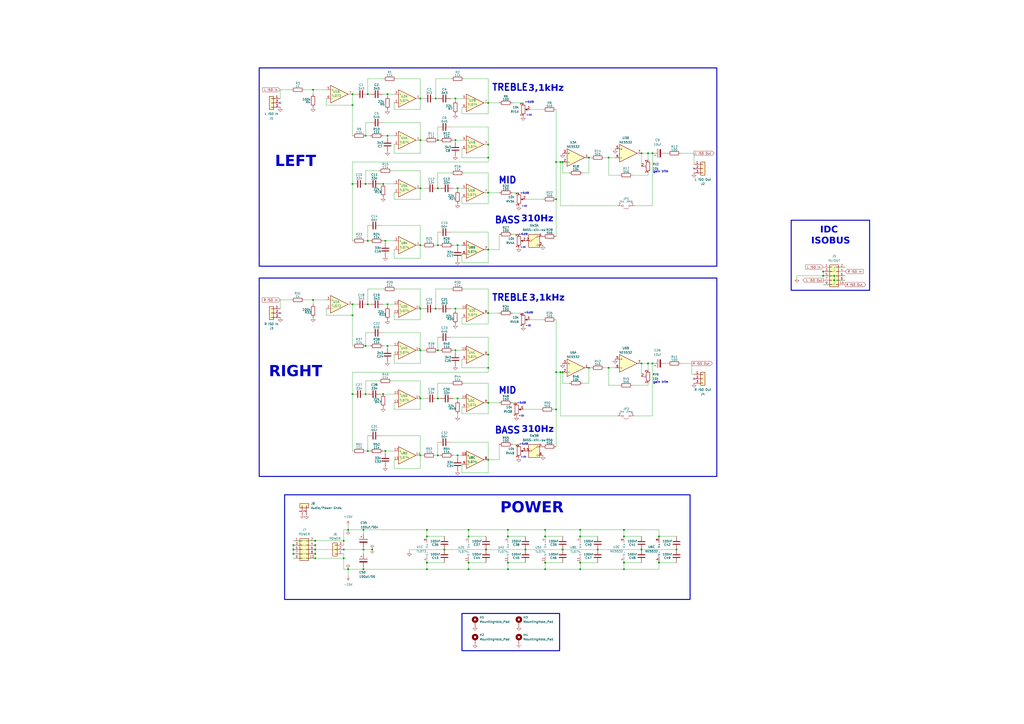
<source format=kicad_sch>
(kicad_sch (version 20231120) (generator "eeschema") (generator_version "8.0")
  (paper "A2")
  (title_block (title "ISOLATOR") (date "2024-10-15") (rev "002") (company "f.aiseur"))
  (lib_symbols
    (symbol "Amplifier_Operational:NE5532" (pin_names (offset 0.127))
      (property "Reference" "U" (at 0 5.08 0))
      (property "Value" "NE5532" (at 0 -5.08 0))
      (symbol "NE5532_1_1"
        (pin output line (at 7.62 0 180) (length 2.54) (name "~") (number "1"))
        (pin input line (at -7.62 -2.54 0) (length 2.54) (name "-") (number "2"))
        (pin input line (at -7.62 2.54 0) (length 2.54) (name "+") (number "3"))
      )
      (symbol "NE5532_2_1"
        (pin input line (at -7.62 2.54 0) (length 2.54) (name "+") (number "5"))
        (pin input line (at -7.62 -2.54 0) (length 2.54) (name "-") (number "6"))
        (pin output line (at 7.62 0 180) (length 2.54) (name "~") (number "7"))
      )
      (symbol "NE5532_3_1"
        (pin power_in line (at -2.54 -7.62 90) (length 3.81) (name "V-") (number "4"))
        (pin power_in line (at -2.54 7.62 270) (length 3.81) (name "V+") (number "8"))
      )
    )
    (symbol "Amplifier_Operational:TL072" (pin_names (offset 0.127))
      (property "Reference" "U" (at 0 5.08 0))
      (property "Value" "TL072" (at 0 -5.08 0))
      (symbol "TL072_1_1"
        (pin output line (at 7.62 0 180) (length 2.54) (name "~") (number "1"))
        (pin input line (at -7.62 -2.54 0) (length 2.54) (name "-") (number "2"))
        (pin input line (at -7.62 2.54 0) (length 2.54) (name "+") (number "3"))
      )
      (symbol "TL072_2_1"
        (pin input line (at -7.62 2.54 0) (length 2.54) (name "+") (number "5"))
        (pin input line (at -7.62 -2.54 0) (length 2.54) (name "-") (number "6"))
        (pin output line (at 7.62 0 180) (length 2.54) (name "~") (number "7"))
      )
      (symbol "TL072_3_1"
        (pin power_in line (at -2.54 -7.62 90) (length 3.81) (name "V-") (number "4"))
        (pin power_in line (at -2.54 7.62 270) (length 3.81) (name "V+") (number "8"))
      )
    )
    (symbol "Amplifier_Operational:TL074" (pin_names (offset 0.127))
      (property "Reference" "U" (at 0 5.08 0))
      (property "Value" "TL074" (at 0 -5.08 0))
      (symbol "TL074_1_1"
        (pin output line (at 7.62 0 180) (length 2.54) (name "~") (number "1"))
        (pin input line (at -7.62 -2.54 0) (length 2.54) (name "-") (number "2"))
        (pin input line (at -7.62 2.54 0) (length 2.54) (name "+") (number "3"))
      )
      (symbol "TL074_2_1"
        (pin input line (at -7.62 2.54 0) (length 2.54) (name "+") (number "5"))
        (pin input line (at -7.62 -2.54 0) (length 2.54) (name "-") (number "6"))
        (pin output line (at 7.62 0 180) (length 2.54) (name "~") (number "7"))
      )
      (symbol "TL074_3_1"
        (pin input line (at -7.62 2.54 0) (length 2.54) (name "+") (number "10"))
        (pin output line (at 7.62 0 180) (length 2.54) (name "~") (number "8"))
        (pin input line (at -7.62 -2.54 0) (length 2.54) (name "-") (number "9"))
      )
      (symbol "TL074_4_1"
        (pin input line (at -7.62 2.54 0) (length 2.54) (name "+") (number "12"))
        (pin input line (at -7.62 -2.54 0) (length 2.54) (name "-") (number "13"))
        (pin output line (at 7.62 0 180) (length 2.54) (name "~") (number "14"))
      )
      (symbol "TL074_5_1"
        (pin power_in line (at -2.54 -7.62 90) (length 3.81) (name "V-") (number "11"))
        (pin power_in line (at -2.54 7.62 270) (length 3.81) (name "V+") (number "4"))
      )
    )
    (symbol "Connector_Generic:Conn_01x02" (pin_names (offset 1.016) hide)
      (property "Reference" "J" (at 0 2.54 0))
      (property "Value" "Conn_01x02" (at 0 -5.08 0))
      (symbol "Conn_01x02_1_1"
        (pin passive line (at -5.08 0 0) (length 3.81) (name "Pin_1") (number "1"))
        (pin passive line (at -5.08 -2.54 0) (length 3.81) (name "Pin_2") (number "2"))
      )
    )
    (symbol "Connector_Generic:Conn_01x03" (pin_names (offset 1.016) hide)
      (property "Reference" "J" (at 0 5.08 0))
      (property "Value" "Conn_01x03" (at 0 -5.08 0))
      (symbol "Conn_01x03_1_1"
        (pin passive line (at -5.08 2.54 0) (length 3.81) (name "Pin_1") (number "1"))
        (pin passive line (at -5.08 0 0) (length 3.81) (name "Pin_2") (number "2"))
        (pin passive line (at -5.08 -2.54 0) (length 3.81) (name "Pin_3") (number "3"))
      )
    )
    (symbol "Connector_Generic:Conn_02x05_Odd_Even" (pin_names (offset 1.016) hide)
      (property "Reference" "J" (at 1.27 7.62 0))
      (property "Value" "Conn_02x05_Odd_Even" (at 1.27 -7.62 0))
      (symbol "Conn_02x05_Odd_Even_1_1"
        (pin passive line (at -5.08 5.08 0) (length 3.81) (name "Pin_1") (number "1"))
        (pin passive line (at 7.62 -5.08 180) (length 3.81) (name "Pin_10") (number "10"))
        (pin passive line (at 7.62 5.08 180) (length 3.81) (name "Pin_2") (number "2"))
        (pin passive line (at -5.08 2.54 0) (length 3.81) (name "Pin_3") (number "3"))
        (pin passive line (at 7.62 2.54 180) (length 3.81) (name "Pin_4") (number "4"))
        (pin passive line (at -5.08 0 0) (length 3.81) (name "Pin_5") (number "5"))
        (pin passive line (at 7.62 0 180) (length 3.81) (name "Pin_6") (number "6"))
        (pin passive line (at -5.08 -2.54 0) (length 3.81) (name "Pin_7") (number "7"))
        (pin passive line (at 7.62 -2.54 180) (length 3.81) (name "Pin_8") (number "8"))
        (pin passive line (at -5.08 -5.08 0) (length 3.81) (name "Pin_9") (number "9"))
      )
    )
    (symbol "Device:C" (pin_numbers hide) (pin_names (offset 0.254))
      (property "Reference" "C" (at 0.635 2.54 0))
      (property "Value" "C" (at 0.635 -2.54 0))
      (symbol "C_1_1"
        (pin passive line (at 0 3.81 270) (length 2.794) (name "~") (number "1"))
        (pin passive line (at 0 -3.81 90) (length 2.794) (name "~") (number "2"))
      )
    )
    (symbol "Device:C_Polarized" (pin_numbers hide) (pin_names (offset 0.254))
      (property "Reference" "C" (at 0.635 2.54 0))
      (property "Value" "C_Polarized" (at 0.635 -2.54 0))
      (symbol "C_Polarized_1_1"
        (pin passive line (at 0 3.81 270) (length 2.794) (name "~") (number "1"))
        (pin passive line (at 0 -3.81 90) (length 2.794) (name "~") (number "2"))
      )
    )
    (symbol "Device:R" (pin_numbers hide) (pin_names (offset 0))
      (property "Reference" "R" (at 2.032 0 90))
      (property "Value" "R" (at 0 0 90))
      (symbol "R_1_1"
        (pin passive line (at 0 3.81 270) (length 1.27) (name "~") (number "1"))
        (pin passive line (at 0 -3.81 90) (length 1.27) (name "~") (number "2"))
      )
    )
    (symbol "Device:R_Potentiometer_Dual_Separate" (pin_names (offset 1.016) hide)
      (property "Reference" "RV" (at -4.445 0 90))
      (property "Value" "R_Potentiometer_Dual_Separate" (at -2.54 0 90))
      (symbol "R_Potentiometer_Dual_Separate_1_1"
        (pin passive line (at 0 3.81 270) (length 1.27) (name "1") (number "1"))
        (pin passive line (at 3.81 0 180) (length 1.27) (name "2") (number "2"))
        (pin passive line (at 0 -3.81 90) (length 1.27) (name "3") (number "3"))
      )
      (symbol "R_Potentiometer_Dual_Separate_2_1"
        (pin passive line (at 0 3.81 270) (length 1.27) (name "4") (number "4"))
        (pin passive line (at 3.81 0 180) (length 1.27) (name "5") (number "5"))
        (pin passive line (at 0 -3.81 90) (length 1.27) (name "6") (number "6"))
      )
    )
    (symbol "Device:R_Potentiometer_Trim" (pin_names (offset 1.016) hide)
      (property "Reference" "RV" (at -4.445 0 90))
      (property "Value" "R_Potentiometer_Trim" (at -2.54 0 90))
      (symbol "R_Potentiometer_Trim_1_1"
        (pin passive line (at 0 3.81 270) (length 1.27) (name "1") (number "1"))
        (pin passive line (at 3.81 0 180) (length 1.27) (name "2") (number "2"))
        (pin passive line (at 0 -3.81 90) (length 1.27) (name "3") (number "3"))
      )
    )
    (symbol "Jumper:Jumper_2_Open" (pin_names (offset 0) hide)
      (property "Reference" "JP" (at 0 2.794 0))
      (property "Value" "Jumper_2_Open" (at 0 -2.286 0))
      (symbol "Jumper_2_Open_1_1"
        (pin passive line (at -5.08 0 0) (length 2.54) (name "A") (number "1"))
        (pin passive line (at 5.08 0 180) (length 2.54) (name "B") (number "2"))
      )
    )
    (symbol "Mechanical:MountingHole_Pad" (pin_numbers hide) (pin_names (offset 1.016) hide)
      (property "Reference" "H" (at 0 6.35 0))
      (property "Value" "MountingHole_Pad" (at 0 4.445 0))
      (symbol "MountingHole_Pad_1_1"
        (pin input line (at 0 -2.54 90) (length 2.54) (name "1") (number "1"))
      )
    )
    (symbol "Switch:SW_DPDT_x2" (pin_names (offset 0) hide)
      (property "Reference" "SW" (at 0 5.08 0))
      (property "Value" "SW_DPDT_x2" (at 0 -5.08 0))
      (symbol "SW_DPDT_x2_1_1"
        (pin passive line (at 5.08 2.54 180) (length 2.54) (name "A") (number "1"))
        (pin passive line (at -5.08 0 0) (length 2.54) (name "B") (number "2"))
        (pin passive line (at 5.08 -2.54 180) (length 2.54) (name "C") (number "3"))
      )
      (symbol "SW_DPDT_x2_2_1"
        (pin passive line (at 5.08 2.54 180) (length 2.54) (name "A") (number "4"))
        (pin passive line (at -5.08 0 0) (length 2.54) (name "B") (number "5"))
        (pin passive line (at 5.08 -2.54 180) (length 2.54) (name "C") (number "6"))
      )
    )
    (symbol "power:+15V" (power) (pin_numbers hide) (pin_names (offset 0) hide)
      (property "Value" "+15V" (at 0 3.556 0))
      (symbol "+15V_1_1"
        (pin power_in line (at 0 0 90) (length 0) (name "~") (number "1"))
      )
    )
    (symbol "power:GND" (power) (pin_numbers hide) (pin_names (offset 0) hide)
      (property "Value" "GND" (at 0 -3.81 0))
      (symbol "GND_1_1"
        (pin power_in line (at 0 0 270) (length 0) (name "~") (number "1"))
      )
    )
    (symbol "power:GNDREF" (power) (pin_numbers hide) (pin_names (offset 0) hide)
      (property "Value" "GNDREF" (at 0 -3.81 0))
      (symbol "GNDREF_1_1"
        (pin power_in line (at 0 0 270) (length 0) (name "~") (number "1"))
      )
    )
    (symbol "power:PWR_FLAG" (power) (pin_numbers hide) (pin_names (offset 0) hide)
      (property "Value" "PWR_FLAG" (at 0 3.81 0))
      (symbol "PWR_FLAG_0_0"
        (pin power_out line (at 0 0 90) (length 0) (name "~") (number "1"))
      )
    )
  )
  (junction (at 170.18 318.77))
  (junction (at 243.84 57.15))
  (junction (at 326.39 318.77))
  (junction (at 392.43 318.77))
  (junction (at 336.55 307.34))
  (junction (at 325.12 215.9))
  (junction (at 213.36 261.62))
  (junction (at 283.21 91.44))
  (junction (at 247.65 330.2))
  (junction (at 378.46 88.9))
  (junction (at 199.39 323.85))
  (junction (at 265.43 231.14))
  (junction (at 201.93 307.34))
  (junction (at 271.78 307.34))
  (junction (at 181.61 52.07))
  (junction (at 316.23 311.15))
  (junction (at 254 142.24))
  (junction (at 215.9 318.77))
  (junction (at 264.16 179.07))
  (junction (at 213.36 139.7))
  (junction (at 224.79 176.53))
  (junction (at 294.64 311.15))
  (junction (at 375.92 88.9))
  (junction (at 223.52 261.62))
  (junction (at 199.39 313.69))
  (junction (at 346.71 318.77))
  (junction (at 210.82 307.34))
  (junction (at 361.95 326.39))
  (junction (at 265.43 142.24))
  (junction (at 182.88 316.23))
  (junction (at 341.63 213.36))
  (junction (at 271.78 326.39))
  (junction (at 243.84 264.16))
  (junction (at 212.09 200.66))
  (junction (at 222.25 106.68))
  (junction (at 281.94 318.77))
  (junction (at 247.65 307.34))
  (junction (at 336.55 326.39))
  (junction (at 361.95 330.2))
  (junction (at 271.78 311.15))
  (junction (at 264.16 203.2))
  (junction (at 265.43 264.16))
  (junction (at 372.11 88.9))
  (junction (at 243.84 81.28))
  (junction (at 204.47 228.6))
  (junction (at 213.36 176.53))
  (junction (at 283.21 181.61))
  (junction (at 243.84 142.24))
  (junction (at 254 109.22))
  (junction (at 283.21 213.36))
  (junction (at 322.58 93.98))
  (junction (at 483.87 162.56))
  (junction (at 254 81.28))
  (junction (at 304.8 318.77))
  (junction (at 283.21 144.78))
  (junction (at 204.47 54.61))
  (junction (at 264.16 57.15))
  (junction (at 316.23 326.39))
  (junction (at 283.21 205.74))
  (junction (at 224.79 200.66))
  (junction (at 182.88 313.69))
  (junction (at 182.88 318.77))
  (junction (at 477.52 157.48))
  (junction (at 204.47 106.68))
  (junction (at 204.47 60.96))
  (junction (at 199.39 318.77))
  (junction (at 322.58 115.57))
  (junction (at 316.23 330.2))
  (junction (at 210.82 330.2))
  (junction (at 243.84 109.22))
  (junction (at 294.64 330.2))
  (junction (at 212.09 78.74))
  (junction (at 222.25 228.6))
  (junction (at 212.09 106.68))
  (junction (at 243.84 231.14))
  (junction (at 170.18 316.23))
  (junction (at 252.73 179.07))
  (junction (at 372.11 210.82))
  (junction (at 204.47 176.53))
  (junction (at 204.47 182.88))
  (junction (at 224.79 78.74))
  (junction (at 213.36 54.61))
  (junction (at 182.88 323.85))
  (junction (at 483.87 160.02))
  (junction (at 182.88 321.31))
  (junction (at 271.78 330.2))
  (junction (at 382.27 326.39))
  (junction (at 224.79 54.61))
  (junction (at 353.06 91.44))
  (junction (at 243.84 203.2))
  (junction (at 322.58 237.49))
  (junction (at 257.81 318.77))
  (junction (at 353.06 213.36))
  (junction (at 372.11 318.77))
  (junction (at 170.18 321.31))
  (junction (at 254 203.2))
  (junction (at 326.39 215.9))
  (junction (at 336.55 311.15))
  (junction (at 264.16 81.28))
  (junction (at 361.95 311.15))
  (junction (at 283.21 111.76))
  (junction (at 336.55 330.2))
  (junction (at 283.21 59.69))
  (junction (at 243.84 179.07))
  (junction (at 361.95 307.34))
  (junction (at 382.27 311.15))
  (junction (at 283.21 266.7))
  (junction (at 181.61 173.99))
  (junction (at 283.21 83.82))
  (junction (at 294.64 326.39))
  (junction (at 210.82 318.77))
  (junction (at 341.63 91.44))
  (junction (at 247.65 311.15))
  (junction (at 316.23 307.34))
  (junction (at 477.52 160.02))
  (junction (at 254 264.16))
  (junction (at 283.21 233.68))
  (junction (at 322.58 215.9))
  (junction (at 375.92 210.82))
  (junction (at 265.43 109.22))
  (junction (at 247.65 326.39))
  (junction (at 294.64 307.34))
  (junction (at 252.73 57.15))
  (junction (at 325.12 93.98))
  (junction (at 223.52 139.7))
  (junction (at 212.09 228.6))
  (junction (at 378.46 210.82))
  (junction (at 201.93 330.2))
  (junction (at 326.39 93.98))
  (junction (at 254 231.14))
  (no_connect (at 162.56 59.69))
  (no_connect (at 162.56 181.61))
  (no_connect (at 402.59 97.79))
  (no_connect (at 402.59 219.71))
  (wire (pts (xy 228.6 205.74) (xy 228.6 210.82)))
  (wire (pts (xy 267.97 62.23) (xy 267.97 66.04)))
  (wire (pts (xy 265.43 241.3) (xy 265.43 240.03)))
  (wire (pts (xy 325.12 119.38) (xy 325.12 93.98)))
  (wire (pts (xy 401.32 217.17) (xy 401.32 210.82)))
  (wire (pts (xy 372.11 318.77) (xy 346.71 318.77)))
  (wire (pts (xy 341.63 91.44) (xy 342.9 91.44)))
  (wire (pts (xy 199.39 307.34) (xy 201.93 307.34)))
  (wire (pts (xy 170.18 318.77) (xy 182.88 318.77)))
  (wire (pts (xy 267.97 152.4) (xy 283.21 152.4)))
  (wire (pts (xy 210.82 318.77) (xy 210.82 321.31)))
  (wire (pts (xy 402.59 95.25) (xy 402.59 88.9)))
  (wire (pts (xy 297.18 111.76) (xy 300.99 111.76)))
  (wire (pts (xy 265.43 232.41) (xy 265.43 231.14)))
  (wire (pts (xy 243.84 193.04) (xy 222.25 193.04)))
  (wire (pts (xy 283.21 59.69) (xy 289.56 59.69)))
  (wire (pts (xy 223.52 262.89) (xy 223.52 261.62)))
  (wire (pts (xy 386.08 88.9) (xy 387.35 88.9)))
  (wire (pts (xy 214.63 200.66) (xy 212.09 200.66)))
  (wire (pts (xy 243.84 130.81) (xy 220.98 130.81)))
  (wire (pts (xy 204.47 215.9) (xy 204.47 228.6)))
  (wire (pts (xy 271.78 330.2) (xy 294.64 330.2)))
  (wire (pts (xy 252.73 57.15) (xy 254 57.15)))
  (wire (pts (xy 264.16 57.15) (xy 267.97 57.15)))
  (wire (pts (xy 378.46 119.38) (xy 378.46 88.9)))
  (wire (pts (xy 254 264.16) (xy 255.27 264.16)))
  (wire (pts (xy 162.56 173.99) (xy 168.91 173.99)))
  (wire (pts (xy 224.79 54.61) (xy 228.6 54.61)))
  (wire (pts (xy 392.43 318.77) (xy 372.11 318.77)))
  (wire (pts (xy 247.65 330.2) (xy 271.78 330.2)))
  (wire (pts (xy 210.82 317.5) (xy 210.82 318.77)))
  (wire (pts (xy 204.47 228.6) (xy 204.47 261.62)))
  (wire (pts (xy 483.87 162.56) (xy 483.87 165.1)))
  (wire (pts (xy 361.95 330.2) (xy 382.27 330.2)))
  (wire (pts (xy 261.62 57.15) (xy 264.16 57.15)))
  (wire (pts (xy 213.36 261.62) (xy 214.63 261.62)))
  (wire (pts (xy 382.27 326.39) (xy 382.27 330.2)))
  (wire (pts (xy 283.21 195.58) (xy 283.21 205.74)))
  (wire (pts (xy 341.63 213.36) (xy 342.9 213.36)))
  (wire (pts (xy 490.22 154.94) (xy 483.87 154.94)))
  (wire (pts (xy 213.36 176.53) (xy 214.63 176.53)))
  (wire (pts (xy 297.18 257.81) (xy 300.99 257.81)))
  (wire (pts (xy 336.55 311.15) (xy 346.71 311.15)))
  (wire (pts (xy 368.3 241.3) (xy 378.46 241.3)))
  (wire (pts (xy 262.89 142.24) (xy 265.43 142.24)))
  (wire (pts (xy 162.56 52.07) (xy 168.91 52.07)))
  (wire (pts (xy 283.21 181.61) (xy 289.56 181.61)))
  (wire (pts (xy 477.52 157.48) (xy 477.52 160.02)))
  (wire (pts (xy 372.11 210.82) (xy 372.11 218.44)))
  (wire (pts (xy 162.56 57.15) (xy 162.56 52.07)))
  (wire (pts (xy 262.89 81.28) (xy 264.16 81.28)))
  (wire (pts (xy 223.52 140.97) (xy 223.52 139.7)))
  (wire (pts (xy 321.31 237.49) (xy 322.58 237.49)))
  (wire (pts (xy 254 203.2) (xy 255.27 203.2)))
  (wire (pts (xy 283.21 205.74) (xy 283.21 213.36)))
  (wire (pts (xy 261.62 134.62) (xy 283.21 134.62)))
  (wire (pts (xy 262.89 264.16) (xy 265.43 264.16)))
  (wire (pts (xy 265.43 142.24) (xy 267.97 142.24)))
  (wire (pts (xy 361.95 326.39) (xy 372.11 326.39)))
  (wire (pts (xy 213.36 54.61) (xy 214.63 54.61)))
  (wire (pts (xy 294.64 330.2) (xy 316.23 330.2)))
  (wire (pts (xy 265.43 142.24) (xy 265.43 143.51)))
  (wire (pts (xy 215.9 318.77) (xy 210.82 318.77)))
  (wire (pts (xy 326.39 100.33) (xy 326.39 93.98)))
  (wire (pts (xy 359.41 223.52) (xy 353.06 223.52)))
  (wire (pts (xy 228.6 63.5) (xy 243.84 63.5)))
  (wire (pts (xy 212.09 220.98) (xy 212.09 228.6)))
  (wire (pts (xy 267.97 66.04) (xy 283.21 66.04)))
  (wire (pts (xy 267.97 184.15) (xy 267.97 187.96)))
  (wire (pts (xy 316.23 311.15) (xy 326.39 311.15)))
  (wire (pts (xy 204.47 54.61) (xy 205.74 54.61)))
  (wire (pts (xy 243.84 231.14) (xy 243.84 237.49)))
  (wire (pts (xy 212.09 99.06) (xy 212.09 106.68)))
  (wire (pts (xy 316.23 307.34) (xy 316.23 311.15)))
  (wire (pts (xy 322.58 115.57) (xy 322.58 137.16)))
  (wire (pts (xy 254 100.33) (xy 261.62 100.33)))
  (wire (pts (xy 204.47 215.9) (xy 283.21 215.9)))
  (wire (pts (xy 243.84 179.07) (xy 245.11 179.07)))
  (wire (pts (xy 267.97 208.28) (xy 267.97 213.36)))
  (wire (pts (xy 271.78 311.15) (xy 281.94 311.15)))
  (wire (pts (xy 228.6 266.7) (xy 228.6 271.78)))
  (wire (pts (xy 204.47 176.53) (xy 205.74 176.53)))
  (wire (pts (xy 252.73 45.72) (xy 252.73 57.15)))
  (wire (pts (xy 267.97 236.22) (xy 267.97 240.03)))
  (wire (pts (xy 271.78 326.39) (xy 271.78 330.2)))
  (wire (pts (xy 325.12 93.98) (xy 326.39 93.98)))
  (wire (pts (xy 181.61 52.07) (xy 181.61 54.61)))
  (wire (pts (xy 213.36 139.7) (xy 214.63 139.7)))
  (wire (pts (xy 353.06 223.52) (xy 353.06 213.36)))
  (wire (pts (xy 201.93 330.2) (xy 201.93 334.01)))
  (wire (pts (xy 261.62 167.64) (xy 252.73 167.64)))
  (wire (pts (xy 243.84 179.07) (xy 243.84 185.42)))
  (wire (pts (xy 283.21 73.66) (xy 283.21 83.82)))
  (wire (pts (xy 361.95 311.15) (xy 361.95 307.34)))
  (wire (pts (xy 307.34 185.42) (xy 314.96 185.42)))
  (wire (pts (xy 372.11 210.82) (xy 375.92 210.82)))
  (wire (pts (xy 162.56 179.07) (xy 162.56 173.99)))
  (wire (pts (xy 199.39 313.69) (xy 199.39 307.34)))
  (wire (pts (xy 252.73 142.24) (xy 254 142.24)))
  (wire (pts (xy 375.92 214.63) (xy 375.92 210.82)))
  (wire (pts (xy 228.6 237.49) (xy 243.84 237.49)))
  (wire (pts (xy 212.09 139.7) (xy 213.36 139.7)))
  (wire (pts (xy 267.97 274.32) (xy 283.21 274.32)))
  (wire (pts (xy 223.52 261.62) (xy 228.6 261.62)))
  (wire (pts (xy 214.63 78.74) (xy 212.09 78.74)))
  (wire (pts (xy 322.58 63.5) (xy 322.58 93.98)))
  (wire (pts (xy 353.06 91.44) (xy 356.87 91.44)))
  (wire (pts (xy 199.39 321.31) (xy 199.39 323.85)))
  (wire (pts (xy 283.21 167.64) (xy 269.24 167.64)))
  (wire (pts (xy 224.79 78.74) (xy 222.25 78.74)))
  (wire (pts (xy 261.62 179.07) (xy 264.16 179.07)))
  (wire (pts (xy 243.84 264.16) (xy 245.11 264.16)))
  (wire (pts (xy 353.06 101.6) (xy 353.06 91.44)))
  (wire (pts (xy 243.84 203.2) (xy 243.84 193.04)))
  (wire (pts (xy 336.55 307.34) (xy 336.55 311.15)))
  (wire (pts (xy 212.09 71.12) (xy 212.09 78.74)))
  (wire (pts (xy 182.88 318.77) (xy 199.39 318.77)))
  (wire (pts (xy 267.97 109.22) (xy 265.43 109.22)))
  (wire (pts (xy 382.27 326.39) (xy 392.43 326.39)))
  (wire (pts (xy 222.25 54.61) (xy 224.79 54.61)))
  (wire (pts (xy 372.11 88.9) (xy 372.11 96.52)))
  (wire (pts (xy 204.47 93.98) (xy 283.21 93.98)))
  (wire (pts (xy 213.36 252.73) (xy 213.36 261.62)))
  (wire (pts (xy 224.79 80.01) (xy 224.79 78.74)))
  (wire (pts (xy 201.93 307.34) (xy 201.93 304.8)))
  (wire (pts (xy 490.22 162.56) (xy 483.87 162.56)))
  (wire (pts (xy 304.8 318.77) (xy 281.94 318.77)))
  (wire (pts (xy 297.18 135.89) (xy 300.99 135.89)))
  (wire (pts (xy 224.79 176.53) (xy 224.79 177.8)))
  (wire (pts (xy 264.16 58.42) (xy 264.16 57.15)))
  (wire (pts (xy 375.92 223.52) (xy 375.92 222.25)))
  (wire (pts (xy 243.84 99.06) (xy 243.84 109.22)))
  (wire (pts (xy 204.47 176.53) (xy 204.47 182.88)))
  (wire (pts (xy 243.84 203.2) (xy 246.38 203.2)))
  (wire (pts (xy 182.88 313.69) (xy 199.39 313.69)))
  (wire (pts (xy 189.23 60.96) (xy 204.47 60.96)))
  (wire (pts (xy 254 73.66) (xy 254 81.28)))
  (wire (pts (xy 281.94 318.77) (xy 257.81 318.77)))
  (wire (pts (xy 247.65 326.39) (xy 257.81 326.39)))
  (wire (pts (xy 243.84 252.73) (xy 243.84 264.16)))
  (wire (pts (xy 204.47 182.88) (xy 204.47 200.66)))
  (wire (pts (xy 254 100.33) (xy 254 109.22)))
  (wire (pts (xy 330.2 222.25) (xy 326.39 222.25)))
  (wire (pts (xy 201.93 330.2) (xy 210.82 330.2)))
  (wire (pts (xy 361.95 326.39) (xy 361.95 330.2)))
  (wire (pts (xy 483.87 160.02) (xy 490.22 160.02)))
  (wire (pts (xy 228.6 210.82) (xy 243.84 210.82)))
  (wire (pts (xy 182.88 316.23) (xy 182.88 318.77)))
  (wire (pts (xy 222.25 228.6) (xy 228.6 228.6)))
  (wire (pts (xy 375.92 210.82) (xy 378.46 210.82)))
  (wire (pts (xy 254 256.54) (xy 254 264.16)))
  (wire (pts (xy 267.97 91.44) (xy 283.21 91.44)))
  (wire (pts (xy 228.6 149.86) (xy 243.84 149.86)))
  (wire (pts (xy 261.62 73.66) (xy 283.21 73.66)))
  (wire (pts (xy 267.97 187.96) (xy 283.21 187.96)))
  (wire (pts (xy 247.65 311.15) (xy 257.81 311.15)))
  (wire (pts (xy 283.21 91.44) (xy 283.21 93.98)))
  (wire (pts (xy 289.56 144.78) (xy 283.21 144.78)))
  (wire (pts (xy 267.97 231.14) (xy 265.43 231.14)))
  (wire (pts (xy 204.47 106.68) (xy 204.47 139.7)))
  (wire (pts (xy 224.79 201.93) (xy 224.79 200.66)))
  (wire (pts (xy 254 231.14) (xy 255.27 231.14)))
  (wire (pts (xy 271.78 326.39) (xy 281.94 326.39)))
  (wire (pts (xy 228.6 88.9) (xy 243.84 88.9)))
  (wire (pts (xy 204.47 93.98) (xy 204.47 106.68)))
  (wire (pts (xy 297.18 233.68) (xy 299.72 233.68)))
  (wire (pts (xy 247.65 307.34) (xy 271.78 307.34)))
  (wire (pts (xy 237.49 320.04) (xy 237.49 318.77)))
  (wire (pts (xy 212.09 193.04) (xy 212.09 200.66)))
  (wire (pts (xy 326.39 318.77) (xy 304.8 318.77)))
  (wire (pts (xy 401.32 210.82) (xy 394.97 210.82)))
  (wire (pts (xy 303.53 237.49) (xy 313.69 237.49)))
  (wire (pts (xy 322.58 93.98) (xy 322.58 115.57)))
  (wire (pts (xy 212.09 220.98) (xy 219.71 220.98)))
  (wire (pts (xy 283.21 59.69) (xy 283.21 66.04)))
  (wire (pts (xy 283.21 222.25) (xy 283.21 233.68)))
  (wire (pts (xy 386.08 210.82) (xy 387.35 210.82)))
  (wire (pts (xy 210.82 307.34) (xy 210.82 309.88)))
  (wire (pts (xy 210.82 328.93) (xy 210.82 330.2)))
  (wire (pts (xy 222.25 176.53) (xy 224.79 176.53)))
  (wire (pts (xy 243.84 57.15) (xy 245.11 57.15)))
  (wire (pts (xy 243.84 252.73) (xy 220.98 252.73)))
  (wire (pts (xy 222.25 106.68) (xy 228.6 106.68)))
  (wire (pts (xy 304.8 115.57) (xy 314.96 115.57)))
  (wire (pts (xy 322.58 237.49) (xy 322.58 259.08)))
  (wire (pts (xy 243.84 220.98) (xy 227.33 220.98)))
  (wire (pts (xy 243.84 149.86) (xy 243.84 142.24)))
  (wire (pts (xy 283.21 256.54) (xy 283.21 266.7)))
  (wire (pts (xy 341.63 222.25) (xy 341.63 213.36)))
  (wire (pts (xy 367.03 223.52) (xy 375.92 223.52)))
  (wire (pts (xy 204.47 54.61) (xy 204.47 60.96)))
  (wire (pts (xy 222.25 167.64) (xy 213.36 167.64)))
  (wire (pts (xy 228.6 111.76) (xy 228.6 115.57)))
  (wire (pts (xy 212.09 106.68) (xy 213.36 106.68)))
  (wire (pts (xy 243.84 109.22) (xy 246.38 109.22)))
  (wire (pts (xy 223.52 261.62) (xy 222.25 261.62)))
  (wire (pts (xy 264.16 203.2) (xy 267.97 203.2)))
  (wire (pts (xy 181.61 173.99) (xy 189.23 173.99)))
  (wire (pts (xy 267.97 240.03) (xy 283.21 240.03)))
  (wire (pts (xy 243.84 167.64) (xy 243.84 179.07)))
  (wire (pts (xy 265.43 264.16) (xy 267.97 264.16)))
  (wire (pts (xy 262.89 109.22) (xy 265.43 109.22)))
  (wire (pts (xy 252.73 264.16) (xy 254 264.16)))
  (wire (pts (xy 322.58 185.42) (xy 322.58 215.9)))
  (wire (pts (xy 264.16 180.34) (xy 264.16 179.07)))
  (wire (pts (xy 228.6 181.61) (xy 228.6 185.42)))
  (wire (pts (xy 243.84 45.72) (xy 243.84 57.15)))
  (wire (pts (xy 199.39 316.23) (xy 199.39 313.69)))
  (wire (pts (xy 350.52 213.36) (xy 353.06 213.36)))
  (wire (pts (xy 262.89 231.14) (xy 265.43 231.14)))
  (wire (pts (xy 189.23 57.15) (xy 189.23 60.96)))
  (wire (pts (xy 254 81.28) (xy 255.27 81.28)))
  (wire (pts (xy 212.09 228.6) (xy 213.36 228.6)))
  (wire (pts (xy 358.14 119.38) (xy 325.12 119.38)))
  (wire (pts (xy 271.78 307.34) (xy 271.78 311.15)))
  (wire (pts (xy 267.97 114.3) (xy 267.97 118.11)))
  (wire (pts (xy 243.84 45.72) (xy 229.87 45.72)))
  (wire (pts (xy 170.18 323.85) (xy 182.88 323.85)))
  (wire (pts (xy 341.63 100.33) (xy 341.63 91.44)))
  (wire (pts (xy 228.6 83.82) (xy 228.6 88.9)))
  (wire (pts (xy 224.79 176.53) (xy 228.6 176.53)))
  (wire (pts (xy 336.55 326.39) (xy 336.55 330.2)))
  (wire (pts (xy 176.53 173.99) (xy 181.61 173.99)))
  (wire (pts (xy 297.18 59.69) (xy 303.53 59.69)))
  (wire (pts (xy 262.89 203.2) (xy 264.16 203.2)))
  (wire (pts (xy 267.97 118.11) (xy 283.21 118.11)))
  (wire (pts (xy 316.23 307.34) (xy 336.55 307.34)))
  (wire (pts (xy 477.52 165.1) (xy 483.87 165.1)))
  (wire (pts (xy 210.82 330.2) (xy 247.65 330.2)))
  (wire (pts (xy 267.97 86.36) (xy 267.97 91.44)))
  (wire (pts (xy 322.58 215.9) (xy 325.12 215.9)))
  (wire (pts (xy 254 109.22) (xy 255.27 109.22)))
  (wire (pts (xy 325.12 215.9) (xy 326.39 215.9)))
  (wire (pts (xy 243.84 220.98) (xy 243.84 231.14)))
  (wire (pts (xy 212.09 261.62) (xy 213.36 261.62)))
  (wire (pts (xy 283.21 181.61) (xy 283.21 187.96)))
  (wire (pts (xy 228.6 144.78) (xy 228.6 149.86)))
  (wire (pts (xy 283.21 111.76) (xy 283.21 118.11)))
  (wire (pts (xy 382.27 311.15) (xy 392.43 311.15)))
  (wire (pts (xy 462.28 160.02) (xy 462.28 161.29)))
  (wire (pts (xy 243.84 81.28) (xy 243.84 71.12)))
  (wire (pts (xy 283.21 100.33) (xy 269.24 100.33)))
  (wire (pts (xy 247.65 311.15) (xy 247.65 307.34)))
  (wire (pts (xy 243.84 167.64) (xy 229.87 167.64)))
  (wire (pts (xy 213.36 130.81) (xy 213.36 139.7)))
  (wire (pts (xy 330.2 100.33) (xy 326.39 100.33)))
  (wire (pts (xy 337.82 100.33) (xy 341.63 100.33)))
  (wire (pts (xy 382.27 311.15) (xy 382.27 307.34)))
  (wire (pts (xy 213.36 45.72) (xy 213.36 54.61)))
  (wire (pts (xy 316.23 326.39) (xy 316.23 330.2)))
  (wire (pts (xy 336.55 326.39) (xy 346.71 326.39)))
  (wire (pts (xy 199.39 323.85) (xy 199.39 330.2)))
  (wire (pts (xy 243.84 271.78) (xy 243.84 264.16)))
  (wire (pts (xy 243.84 88.9) (xy 243.84 81.28)))
  (wire (pts (xy 294.64 311.15) (xy 304.8 311.15)))
  (wire (pts (xy 477.52 160.02) (xy 483.87 160.02)))
  (wire (pts (xy 170.18 318.77) (xy 170.18 321.31)))
  (wire (pts (xy 181.61 173.99) (xy 181.61 176.53)))
  (wire (pts (xy 228.6 233.68) (xy 228.6 237.49)))
  (wire (pts (xy 283.21 111.76) (xy 289.56 111.76)))
  (wire (pts (xy 189.23 179.07) (xy 189.23 182.88)))
  (wire (pts (xy 224.79 200.66) (xy 228.6 200.66)))
  (wire (pts (xy 483.87 160.02) (xy 483.87 162.56)))
  (wire (pts (xy 199.39 318.77) (xy 210.82 318.77)))
  (wire (pts (xy 261.62 256.54) (xy 283.21 256.54)))
  (wire (pts (xy 283.21 45.72) (xy 283.21 59.69)))
  (wire (pts (xy 170.18 316.23) (xy 170.18 318.77)))
  (wire (pts (xy 210.82 307.34) (xy 201.93 307.34)))
  (wire (pts (xy 243.84 231.14) (xy 246.38 231.14)))
  (wire (pts (xy 264.16 81.28) (xy 264.16 82.55)))
  (wire (pts (xy 283.21 134.62) (xy 283.21 144.78)))
  (wire (pts (xy 289.56 266.7) (xy 283.21 266.7)))
  (wire (pts (xy 243.84 99.06) (xy 227.33 99.06)))
  (wire (pts (xy 316.23 330.2) (xy 336.55 330.2)))
  (wire (pts (xy 297.18 181.61) (xy 303.53 181.61)))
  (wire (pts (xy 243.84 57.15) (xy 243.84 63.5)))
  (wire (pts (xy 252.73 167.64) (xy 252.73 179.07)))
  (wire (pts (xy 199.39 330.2) (xy 201.93 330.2)))
  (wire (pts (xy 170.18 313.69) (xy 182.88 313.69)))
  (wire (pts (xy 294.64 326.39) (xy 304.8 326.39)))
  (wire (pts (xy 228.6 115.57) (xy 243.84 115.57)))
  (wire (pts (xy 265.43 264.16) (xy 265.43 265.43)))
  (wire (pts (xy 265.43 110.49) (xy 265.43 109.22)))
  (wire (pts (xy 294.64 307.34) (xy 294.64 311.15)))
  (wire (pts (xy 294.64 307.34) (xy 316.23 307.34)))
  (wire (pts (xy 254 134.62) (xy 254 142.24)))
  (wire (pts (xy 271.78 307.34) (xy 294.64 307.34)))
  (wire (pts (xy 462.28 160.02) (xy 477.52 160.02)))
  (wire (pts (xy 224.79 78.74) (xy 228.6 78.74)))
  (wire (pts (xy 228.6 185.42) (xy 243.84 185.42)))
  (wire (pts (xy 252.73 179.07) (xy 254 179.07)))
  (wire (pts (xy 346.71 318.77) (xy 326.39 318.77)))
  (wire (pts (xy 254 222.25) (xy 261.62 222.25)))
  (wire (pts (xy 325.12 241.3) (xy 325.12 215.9)))
  (wire (pts (xy 337.82 222.25) (xy 341.63 222.25)))
  (wire (pts (xy 182.88 323.85) (xy 199.39 323.85)))
  (wire (pts (xy 402.59 217.17) (xy 401.32 217.17)))
  (wire (pts (xy 224.79 200.66) (xy 222.25 200.66)))
  (wire (pts (xy 220.98 106.68) (xy 222.25 106.68)))
  (wire (pts (xy 361.95 311.15) (xy 372.11 311.15)))
  (wire (pts (xy 353.06 213.36) (xy 356.87 213.36)))
  (wire (pts (xy 368.3 119.38) (xy 378.46 119.38)))
  (wire (pts (xy 214.63 71.12) (xy 212.09 71.12)))
  (wire (pts (xy 267.97 269.24) (xy 267.97 274.32)))
  (wire (pts (xy 267.97 213.36) (xy 283.21 213.36)))
  (wire (pts (xy 283.21 266.7) (xy 283.21 274.32)))
  (wire (pts (xy 322.58 93.98) (xy 325.12 93.98)))
  (wire (pts (xy 222.25 45.72) (xy 213.36 45.72)))
  (wire (pts (xy 228.6 59.69) (xy 228.6 63.5)))
  (wire (pts (xy 212.09 99.06) (xy 219.71 99.06)))
  (wire (pts (xy 289.56 266.7) (xy 289.56 257.81)))
  (wire (pts (xy 267.97 147.32) (xy 267.97 152.4)))
  (wire (pts (xy 336.55 307.34) (xy 361.95 307.34)))
  (wire (pts (xy 170.18 321.31) (xy 182.88 321.31)))
  (wire (pts (xy 375.92 92.71) (xy 375.92 88.9)))
  (wire (pts (xy 247.65 326.39) (xy 247.65 330.2)))
  (wire (pts (xy 316.23 326.39) (xy 326.39 326.39)))
  (wire (pts (xy 213.36 167.64) (xy 213.36 176.53)))
  (wire (pts (xy 243.84 81.28) (xy 246.38 81.28)))
  (wire (pts (xy 336.55 330.2) (xy 361.95 330.2)))
  (wire (pts (xy 223.52 139.7) (xy 228.6 139.7)))
  (wire (pts (xy 247.65 307.34) (xy 210.82 307.34)))
  (wire (pts (xy 283.21 83.82) (xy 283.21 91.44)))
  (wire (pts (xy 243.84 109.22) (xy 243.84 115.57)))
  (wire (pts (xy 243.84 210.82) (xy 243.84 203.2)))
  (wire (pts (xy 204.47 60.96) (xy 204.47 78.74)))
  (wire (pts (xy 359.41 101.6) (xy 353.06 101.6)))
  (wire (pts (xy 243.84 142.24) (xy 245.11 142.24)))
  (wire (pts (xy 361.95 307.34) (xy 382.27 307.34)))
  (wire (pts (xy 214.63 193.04) (xy 212.09 193.04)))
  (wire (pts (xy 358.14 241.3) (xy 325.12 241.3)))
  (wire (pts (xy 402.59 88.9) (xy 394.97 88.9)))
  (wire (pts (xy 176.53 52.07) (xy 181.61 52.07)))
  (wire (pts (xy 283.21 222.25) (xy 269.24 222.25)))
  (wire (pts (xy 283.21 45.72) (xy 269.24 45.72)))
  (wire (pts (xy 283.21 167.64) (xy 283.21 181.61)))
  (wire (pts (xy 264.16 81.28) (xy 267.97 81.28)))
  (wire (pts (xy 243.84 130.81) (xy 243.84 142.24)))
  (wire (pts (xy 283.21 213.36) (xy 283.21 215.9)))
  (wire (pts (xy 283.21 233.68) (xy 283.21 240.03)))
  (wire (pts (xy 372.11 88.9) (xy 375.92 88.9)))
  (wire (pts (xy 181.61 52.07) (xy 189.23 52.07)))
  (wire (pts (xy 228.6 271.78) (xy 243.84 271.78)))
  (wire (pts (xy 283.21 233.68) (xy 289.56 233.68)))
  (wire (pts (xy 254 222.25) (xy 254 231.14)))
  (wire (pts (xy 182.88 318.77) (xy 182.88 321.31)))
  (wire (pts (xy 189.23 182.88) (xy 204.47 182.88)))
  (wire (pts (xy 261.62 195.58) (xy 283.21 195.58)))
  (wire (pts (xy 223.52 139.7) (xy 222.25 139.7)))
  (wire (pts (xy 294.64 326.39) (xy 294.64 330.2)))
  (wire (pts (xy 483.87 157.48) (xy 477.52 157.48)))
  (wire (pts (xy 283.21 100.33) (xy 283.21 111.76)))
  (wire (pts (xy 261.62 45.72) (xy 252.73 45.72)))
  (wire (pts (xy 264.16 179.07) (xy 267.97 179.07)))
  (wire (pts (xy 254 195.58) (xy 254 203.2)))
  (wire (pts (xy 254 142.24) (xy 255.27 142.24)))
  (wire (pts (xy 220.98 228.6) (xy 222.25 228.6)))
  (wire (pts (xy 375.92 88.9) (xy 378.46 88.9)))
  (wire (pts (xy 350.52 91.44) (xy 353.06 91.44)))
  (wire (pts (xy 224.79 54.61) (xy 224.79 55.88)))
  (wire (pts (xy 237.49 318.77) (xy 257.81 318.77)))
  (wire (pts (xy 170.18 316.23) (xy 182.88 316.23)))
  (wire (pts (xy 307.34 63.5) (xy 314.96 63.5)))
  (wire (pts (xy 243.84 71.12) (xy 222.25 71.12)))
  (wire (pts (xy 322.58 215.9) (xy 322.58 237.49)))
  (wire (pts (xy 378.46 241.3) (xy 378.46 210.82)))
  (wire (pts (xy 264.16 203.2) (xy 264.16 204.47)))
  (wire (pts (xy 367.03 101.6) (xy 375.92 101.6)))
  (wire (pts (xy 375.92 101.6) (xy 375.92 100.33)))
  (wire (pts (xy 289.56 144.78) (xy 289.56 135.89)))
  (wire (pts (xy 326.39 222.25) (xy 326.39 215.9)))
  (wire (pts (xy 283.21 144.78) (xy 283.21 152.4)))
  (wire (pts (xy 483.87 154.94) (xy 483.87 157.48)))
  (rectangle (start 150.368 39.37) (end 415.798 154.432) (stroke (width 0.5588)))
  (rectangle (start 165.1 287.02) (end 400.304 347.726) (stroke (width 0.5588)))
  (rectangle (start 150.368 161.29) (end 415.798 276.352) (stroke (width 0.5588)))
  (rectangle (start 267.97 355.854) (end 324.612 377.444) (stroke (width 0.5588)))
  (rectangle (start 458.978 127.762) (end 504.444 168.402) (stroke (width 0.5588)))
  (text "BASS" (at 294.386 127.762 0) (effects (font (size 3.81 3.81) (thickness 0.762) (bold yes))))
  (text "-∞" (at 307.086 67.31 0) (effects (font (size 1.905 1.905) (bold yes))))
  (text "LEFT" (at 171.45 95.504 0) (effects (font (size 6.35 6.35) (thickness 0.762) (bold yes))))
  (text "+6dB" (at 303.784 258.064 0) (effects (font (size 1.27 1.27) (bold yes))))
  (text "+6dB" (at 307.086 59.69 0) (effects (font (size 1.27 1.27) (bold yes))))
  (text "+6dB" (at 302.514 234.188 0) (effects (font (size 1.27 1.27) (bold yes))))
  (text "BASS" (at 294.386 249.682 0) (effects (font (size 3.81 3.81) (thickness 0.762) (bold yes))))
  (text "-∞" (at 306.578 189.484 0) (effects (font (size 1.905 1.905) (bold yes))))
  (text "gain trim" (at 383.286 221.742 0) (effects (font (size 1.27 1.27) (bold yes))))
  (text "-∞" (at 303.784 265.684 0) (effects (font (size 1.905 1.905) (bold yes))))
  (text "MID" (at 294.386 104.648 0) (effects (font (size 3.81 3.81) (thickness 0.762) (bold yes))))
  (text "+6dB" (at 303.53 136.398 0) (effects (font (size 1.27 1.27) (bold yes))))
  (text "TREBLE" (at 295.91 172.72 0) (effects (font (size 3.81 3.81) (thickness 0.762) (bold yes))))
  (text "+6dB" (at 304.292 112.522 0) (effects (font (size 1.27 1.27) (bold yes))))
  (text "IDC \nISOBUS" (at 481.838 137.668 0) (effects (font (size 3.81 3.81) (thickness 0.762) (bold yes))))
  (text "310Hz" (at 311.658 128.016 0) (effects (font (size 3.81 3.81) (bold yes))))
  (text "-∞" (at 303.53 144.018 0) (effects (font (size 1.905 1.905) (bold yes))))
  (text "RIGHT" (at 171.45 217.424 0) (effects (font (size 6.35 6.35) (thickness 0.762) (bold yes))))
  (text "Corrected POTs orientation" (at -68.58 102.108 0) (effects (font (size 6.35 6.35) (thickness 0.254) (bold yes))))
  (text "+6dB" (at 306.578 181.864 0) (effects (font (size 1.27 1.27) (bold yes))))
  (text "310Hz" (at 311.912 250.19 0) (effects (font (size 3.81 3.81) (bold yes))))
  (text "3,1kHz" (at 317.246 173.99 0) (effects (font (size 3.81 3.81) (bold yes))))
  (text "-∞" (at 302.514 241.808 0) (effects (font (size 1.905 1.905) (bold yes))))
  (text "gain trim" (at 383.286 99.568 0) (effects (font (size 1.27 1.27) (bold yes))))
  (text "POWER" (at 308.61 296.418 0) (effects (font (size 6.35 6.35) (bold yes))))
  (text "3,1kHz" (at 316.738 52.324 0) (effects (font (size 3.81 3.81) (bold yes))))
  (text "TREBLE" (at 295.91 50.8 0) (effects (font (size 3.81 3.81) (thickness 0.762) (bold yes))))
  (text "-∞" (at 304.292 120.142 0) (effects (font (size 1.905 1.905) (bold yes))))
  (text "MID" (at 294.386 226.568 0) (effects (font (size 3.81 3.81) (thickness 0.762) (bold yes))))
  (global_label "L ISO Out" (shape output) (at 402.59 88.9 0) (property "Intersheetrefs" "${INTERSHEET_REFS}" (effects (hide yes))))
  (global_label "L ISO In" (shape input) (at 477.52 154.94 180) (property "Intersheetrefs" "${INTERSHEET_REFS}" (effects (hide yes))))
  (global_label "R ISO Out" (shape output) (at 401.32 210.82 0) (property "Intersheetrefs" "${INTERSHEET_REFS}" (effects (hide yes))))
  (global_label "L ISO Out" (shape output) (at 477.52 162.56 180) (property "Intersheetrefs" "${INTERSHEET_REFS}" (effects (hide yes))))
  (global_label "L ISO In" (shape input) (at 162.56 52.07 180) (property "Intersheetrefs" "${INTERSHEET_REFS}" (effects (hide yes))))
  (global_label "R ISO In" (shape input) (at 162.56 173.99 180) (property "Intersheetrefs" "${INTERSHEET_REFS}" (effects (hide yes))))
  (global_label "R ISO In" (shape input) (at 490.22 157.48 0) (property "Intersheetrefs" "${INTERSHEET_REFS}" (effects (hide yes))))
  (global_label "R ISO Out" (shape output) (at 490.22 165.1 0) (property "Intersheetrefs" "${INTERSHEET_REFS}" (effects (hide yes))))
  (symbol (lib_id "Device:R") (at 250.19 81.28 90) (unit 1)
    (property "Reference" "R11" (at 250.19 77.47 90))
    (property "Value" "11k" (at 250.19 79.248 90))
    (property "Footprint" "Resistor_THT:R_Axial_DIN0207_L6.3mm_D2.5mm_P7.62mm_Horizontal" (effects (hide yes)))
    (property "Description" "Resistor" (effects (hide yes)))
  )
  (symbol (lib_id "Device:C") (at 217.17 106.68 90) (unit 1)
    (property "Reference" "C11" (at 217.17 101.346 90))
    (property "Value" "33n" (at 217.17 103.378 90))
    (property "Footprint" "Capacitor_THT:C_Rect_L7.2mm_W3.5mm_P5.00mm_FKS2_FKP2_MKS2_MKP2" (effects (hide yes)))
    (property "Description" "Unpolarized capacitor" (effects (hide yes)))
  )
  (symbol (lib_id "Device:C") (at 257.81 134.62 90) (unit 1)
    (property "Reference" "C15" (at 257.81 129.286 90))
    (property "Value" "66n" (at 257.81 131.318 90))
    (property "Footprint" "Capacitor_THT:C_Rect_L7.2mm_W3.5mm_P5.00mm_FKS2_FKP2_MKS2_MKP2" (effects (hide yes)))
    (property "Description" "Unpolarized capacitor" (effects (hide yes)))
  )
  (symbol (lib_id "Device:C") (at 217.17 228.6 90) (unit 1)
    (property "Reference" "C28" (at 217.17 223.266 90))
    (property "Value" "33n" (at 217.17 225.298 90))
    (property "Footprint" "Capacitor_THT:C_Rect_L7.2mm_W3.5mm_P5.00mm_FKS2_FKP2_MKS2_MKP2" (effects (hide yes)))
    (property "Description" "Unpolarized capacitor" (effects (hide yes)))
  )
  (symbol (lib_id "Device:R") (at 293.37 135.89 90) (unit 1)
    (property "Reference" "R27" (at 293.37 132.08 90))
    (property "Value" "100" (at 293.37 133.858 90))
    (property "Footprint" "Resistor_THT:R_Axial_DIN0207_L6.3mm_D2.5mm_P7.62mm_Horizontal" (effects (hide yes)))
    (property "Description" "Resistor" (effects (hide yes)))
  )
  (symbol (lib_id "Amplifier_Operational:TL074") (at 297.18 318.77 0) (unit 5)
    (property "Reference" "U4" (at 288.798 317.5 0) (effects (justify left)))
    (property "Value" "TL074" (at 288.798 320.04 0) (effects (justify left)))
    (property "Footprint" "Package_DIP:DIP-14_W7.62mm_Socket" (effects (hide yes)))
    (property "Datasheet" "http://www.ti.com/lit/ds/symlink/tl071.pdf" (effects (hide yes)))
    (property "Description" "Quad Low-Noise JFET-Input Operational Amplifiers, DIP-14/SOIC-14" (effects (hide yes)))
  )
  (symbol (lib_id "Amplifier_Operational:TL074") (at 236.22 142.24 0) (unit 1)
    (property "Reference" "U8" (at 234.442 140.97 0))
    (property "Value" "TL074" (at 234.442 143.51 0))
    (property "Footprint" "Package_DIP:DIP-14_W7.62mm_Socket" (effects (hide yes)))
    (property "Datasheet" "http://www.ti.com/lit/ds/symlink/tl071.pdf" (effects (hide yes)))
    (property "Description" "Quad Low-Noise JFET-Input Operational Amplifiers, DIP-14/SOIC-14" (effects (hide yes)))
  )
  (symbol (lib_id "Device:C") (at 218.44 54.61 90) (unit 1)
    (property "Reference" "C2" (at 218.44 49.276 90))
    (property "Value" "3n3" (at 218.44 51.308 90))
    (property "Footprint" "Capacitor_THT:C_Rect_L7.2mm_W3.5mm_P5.00mm_FKS2_FKP2_MKS2_MKP2" (effects (hide yes)))
    (property "Description" "Unpolarized capacitor" (effects (hide yes)))
  )
  (symbol (lib_id "Device:R") (at 224.79 181.61 180) (unit 1)
    (property "Reference" "R33" (at 221.869 182.499 0))
    (property "Value" "22k" (at 220.98 180.848 0))
    (property "Footprint" "Resistor_THT:R_Axial_DIN0207_L6.3mm_D2.5mm_P7.62mm_Horizontal" (effects (hide yes)))
    (property "Description" "Resistor" (effects (hide yes)))
  )
  (symbol (lib_id "power:GND") (at 300.99 363.22 0) (unit 1)
    (property "Reference" "#PWR044" (effects (hide yes)))
    (property "Value" "GND" (effects (hide yes)))
    (property "Description" "Power symbol creates a global label with name \"GND\" , ground" (effects (hide yes)))
  )
  (symbol (lib_id "Switch:SW_DPDT_x2") (at 309.88 261.62 0) (unit 2)
    (property "Reference" "SW3" (at 309.88 252.73 0))
    (property "Value" "BASS-kill-sw" (at 309.88 255.27 0))
    (property "Footprint" "DPDT right angle pcb:100DP1T1B4M7QE" (effects (hide yes)))
    (property "Description" "Switch, dual pole double throw, separate symbols" (effects (hide yes)))
  )
  (symbol (lib_id "Device:R") (at 265.43 45.72 90) (unit 1)
    (property "Reference" "R2" (at 265.43 41.91 90))
    (property "Value" "11k" (at 265.43 43.688 90))
    (property "Footprint" "Resistor_THT:R_Axial_DIN0207_L6.3mm_D2.5mm_P7.62mm_Horizontal" (effects (hide yes)))
    (property "Description" "Resistor" (effects (hide yes)))
  )
  (symbol (lib_id "Device:R") (at 318.77 185.42 90) (unit 1)
    (property "Reference" "R36" (at 318.77 181.61 90))
    (property "Value" "5k6" (at 318.77 183.388 90))
    (property "Footprint" "Resistor_THT:R_Axial_DIN0207_L6.3mm_D2.5mm_P7.62mm_Horizontal" (effects (hide yes)))
    (property "Description" "Resistor" (effects (hide yes)))
  )
  (symbol (lib_id "Device:R") (at 334.01 222.25 90) (unit 1)
    (property "Reference" "R46" (at 334.01 218.44 90))
    (property "Value" "10k" (at 334.01 220.218 90))
    (property "Footprint" "Resistor_THT:R_Axial_DIN0207_L6.3mm_D2.5mm_P7.62mm_Horizontal" (effects (hide yes)))
    (property "Description" "Resistor" (effects (hide yes)))
  )
  (symbol (lib_id "Amplifier_Operational:TL072") (at 196.85 176.53 0) (unit 1)
    (property "Reference" "U1" (at 195.072 175.006 0))
    (property "Value" "TL072" (at 195.072 177.546 0))
    (property "Footprint" "Package_DIP:DIP-8_W7.62mm_Socket" (effects (hide yes)))
    (property "Datasheet" "http://www.ti.com/lit/ds/symlink/tl071.pdf" (effects (hide yes)))
    (property "Description" "Dual Low-Noise JFET-Input Operational Amplifiers, DIP-8/SOIC-8" (effects (hide yes)))
  )
  (symbol (lib_id "Device:C") (at 257.81 57.15 90) (unit 1)
    (property "Reference" "C4" (at 257.81 51.816 90))
    (property "Value" "3n3" (at 257.81 53.848 90))
    (property "Footprint" "Capacitor_THT:C_Rect_L7.2mm_W3.5mm_P5.00mm_FKS2_FKP2_MKS2_MKP2" (effects (hide yes)))
    (property "Description" "Unpolarized capacitor" (effects (hide yes)))
  )
  (symbol (lib_id "power:GND") (at 264.16 212.09 0) (unit 1)
    (property "Reference" "#PWR029" (effects (hide yes)))
    (property "Value" "GND" (effects (hide yes)))
    (property "Description" "Power symbol creates a global label with name \"GND\" , ground" (effects (hide yes)))
  )
  (symbol (lib_id "Device:R_Potentiometer_Trim") (at 375.92 218.44 180) (unit 1)
    (property "Reference" "RV6" (at 378.46 217.1699 0) (effects (justify right)))
    (property "Value" "10k" (at 378.46 219.7099 0) (effects (justify right)))
    (property "Footprint" "Potentiometer_THT:Potentiometer_Piher_PT-6-H_Horizontal" (effects (hide yes)))
    (property "Description" "Trim-potentiometer" (effects (hide yes)))
  )
  (symbol (lib_id "power:GND") (at 326.39 210.82 0) (unit 1)
    (property "Reference" "#PWR028" (effects (hide yes)))
    (property "Value" "GND" (effects (hide yes)))
    (property "Description" "Power symbol creates a global label with name \"GND\" , ground" (effects (hide yes)))
  )
  (symbol (lib_id "Device:C") (at 223.52 266.7 180) (unit 1)
    (property "Reference" "C33" (at 219.202 267.716 0))
    (property "Value" "33n" (at 219.202 265.684 0))
    (property "Footprint" "Capacitor_THT:C_Rect_L7.2mm_W3.5mm_P5.00mm_FKS2_FKP2_MKS2_MKP2" (effects (hide yes)))
    (property "Description" "Unpolarized capacitor" (effects (hide yes)))
  )
  (symbol (lib_id "Amplifier_Operational:TL074") (at 236.22 203.2 0) (unit 4)
    (property "Reference" "U4" (at 234.442 201.93 0))
    (property "Value" "TL074" (at 234.442 204.47 0))
    (property "Footprint" "Package_DIP:DIP-14_W7.62mm_Socket" (effects (hide yes)))
    (property "Datasheet" "http://www.ti.com/lit/ds/symlink/tl071.pdf" (effects (hide yes)))
    (property "Description" "Quad Low-Noise JFET-Input Operational Amplifiers, DIP-14/SOIC-14" (effects (hide yes)))
  )
  (symbol (lib_id "power:GNDREF") (at 300.99 373.38 0) (unit 1)
    (property "Reference" "#PWR034" (effects (hide yes)))
    (property "Value" "GNDREF" (effects (hide yes)))
    (property "Description" "Power symbol creates a global label with name \"GNDREF\" , reference supply ground" (effects (hide yes)))
  )
  (symbol (lib_id "Device:R") (at 265.43 236.22 180) (unit 1)
    (property "Reference" "R49" (at 262.509 237.109 0))
    (property "Value" "22k" (at 261.62 235.458 0))
    (property "Footprint" "Resistor_THT:R_Axial_DIN0207_L6.3mm_D2.5mm_P7.62mm_Horizontal" (effects (hide yes)))
    (property "Description" "Resistor" (effects (hide yes)))
  )
  (symbol (lib_id "Device:R") (at 172.72 52.07 90) (unit 1)
    (property "Reference" "R3" (at 172.72 48.26 90))
    (property "Value" "1k" (at 172.72 50.038 90))
    (property "Footprint" "Resistor_THT:R_Axial_DIN0207_L6.3mm_D2.5mm_P7.62mm_Horizontal" (effects (hide yes)))
    (property "Description" "Resistor" (effects (hide yes)))
  )
  (symbol (lib_id "Device:C") (at 209.55 54.61 90) (unit 1)
    (property "Reference" "C1" (at 209.55 49.276 90))
    (property "Value" "3n3" (at 209.55 51.308 90))
    (property "Footprint" "Capacitor_THT:C_Rect_L7.2mm_W3.5mm_P5.00mm_FKS2_FKP2_MKS2_MKP2" (effects (hide yes)))
    (property "Description" "Unpolarized capacitor" (effects (hide yes)))
  )
  (symbol (lib_id "Device:R") (at 265.43 100.33 90) (unit 1)
    (property "Reference" "R16" (at 265.43 96.52 90))
    (property "Value" "11k" (at 265.43 98.298 90))
    (property "Footprint" "Resistor_THT:R_Axial_DIN0207_L6.3mm_D2.5mm_P7.62mm_Horizontal" (effects (hide yes)))
    (property "Description" "Resistor" (effects (hide yes)))
  )
  (symbol (lib_id "power:GND") (at 326.39 88.9 0) (unit 1)
    (property "Reference" "#PWR08" (effects (hide yes)))
    (property "Value" "GND" (effects (hide yes)))
    (property "Description" "Power symbol creates a global label with name \"GND\" , ground" (effects (hide yes)))
  )
  (symbol (lib_id "Device:R") (at 181.61 180.34 180) (unit 1)
    (property "Reference" "R32" (at 178.689 181.229 0))
    (property "Value" "100k" (at 177.8 179.578 0))
    (property "Footprint" "Resistor_THT:R_Axial_DIN0207_L6.3mm_D2.5mm_P7.62mm_Horizontal" (effects (hide yes)))
    (property "Description" "Resistor" (effects (hide yes)))
  )
  (symbol (lib_id "Device:C_Polarized") (at 210.82 325.12 0) (unit 1)
    (property "Reference" "C50" (at 208.28 331.978 0) (effects (justify left)))
    (property "Value" "100uf/50" (at 208.28 334.518 0) (effects (justify left)))
    (property "Footprint" "Capacitor_THT:CP_Radial_D10.0mm_P2.50mm" (effects (hide yes)))
    (property "Description" "Polarized capacitor" (effects (hide yes)))
  )
  (symbol (lib_id "Amplifier_Operational:TL074") (at 236.22 231.14 0) (unit 4)
    (property "Reference" "U5" (at 234.442 229.616 0))
    (property "Value" "TL074" (at 234.442 232.156 0))
    (property "Footprint" "Package_DIP:DIP-14_W7.62mm_Socket" (effects (hide yes)))
    (property "Datasheet" "http://www.ti.com/lit/ds/symlink/tl071.pdf" (effects (hide yes)))
    (property "Description" "Quad Low-Noise JFET-Input Operational Amplifiers, DIP-14/SOIC-14" (effects (hide yes)))
  )
  (symbol (lib_id "power:GND") (at 265.43 241.3 0) (unit 1)
    (property "Reference" "#PWR032" (effects (hide yes)))
    (property "Value" "GND" (effects (hide yes)))
    (property "Description" "Power symbol creates a global label with name \"GND\" , ground" (effects (hide yes)))
  )
  (symbol (lib_id "Device:R") (at 334.01 100.33 90) (unit 1)
    (property "Reference" "R18" (at 334.01 96.52 90))
    (property "Value" "10k" (at 334.01 98.298 90))
    (property "Footprint" "Resistor_THT:R_Axial_DIN0207_L6.3mm_D2.5mm_P7.62mm_Horizontal" (effects (hide yes)))
    (property "Description" "Resistor" (effects (hide yes)))
  )
  (symbol (lib_id "Device:R") (at 224.79 59.69 180) (unit 1)
    (property "Reference" "R5" (at 221.869 60.579 0))
    (property "Value" "22k" (at 220.98 58.928 0))
    (property "Footprint" "Resistor_THT:R_Axial_DIN0207_L6.3mm_D2.5mm_P7.62mm_Horizontal" (effects (hide yes)))
    (property "Description" "Resistor" (effects (hide yes)))
  )
  (symbol (lib_id "Device:C") (at 259.08 231.14 90) (unit 1)
    (property "Reference" "C30" (at 259.08 225.806 90))
    (property "Value" "33n" (at 259.08 227.838 90))
    (property "Footprint" "Capacitor_THT:C_Rect_L7.2mm_W3.5mm_P5.00mm_FKS2_FKP2_MKS2_MKP2" (effects (hide yes)))
    (property "Description" "Unpolarized capacitor" (effects (hide yes)))
  )
  (symbol (lib_id "Device:C") (at 223.52 144.78 180) (unit 1)
    (property "Reference" "C16" (at 219.202 145.796 0))
    (property "Value" "33n" (at 219.202 143.764 0))
    (property "Footprint" "Capacitor_THT:C_Rect_L7.2mm_W3.5mm_P5.00mm_FKS2_FKP2_MKS2_MKP2" (effects (hide yes)))
    (property "Description" "Unpolarized capacitor" (effects (hide yes)))
  )
  (symbol (lib_id "Amplifier_Operational:TL074") (at 236.22 264.16 0) (unit 4)
    (property "Reference" "U8" (at 234.442 262.89 0))
    (property "Value" "TL074" (at 234.442 265.43 0))
    (property "Footprint" "Package_DIP:DIP-14_W7.62mm_Socket" (effects (hide yes)))
    (property "Datasheet" "http://www.ti.com/lit/ds/symlink/tl071.pdf" (effects (hide yes)))
    (property "Description" "Quad Low-Noise JFET-Input Operational Amplifiers, DIP-14/SOIC-14" (effects (hide yes)))
  )
  (symbol (lib_id "Device:R") (at 218.44 78.74 90) (unit 1)
    (property "Reference" "R10" (at 218.44 74.93 90))
    (property "Value" "11k" (at 218.44 76.708 90))
    (property "Footprint" "Resistor_THT:R_Axial_DIN0207_L6.3mm_D2.5mm_P7.62mm_Horizontal" (effects (hide yes)))
    (property "Description" "Resistor" (effects (hide yes)))
  )
  (symbol (lib_id "Device:C") (at 248.92 57.15 90) (unit 1)
    (property "Reference" "C3" (at 248.92 51.816 90))
    (property "Value" "3n3" (at 248.92 53.848 90))
    (property "Footprint" "Capacitor_THT:C_Rect_L7.2mm_W3.5mm_P5.00mm_FKS2_FKP2_MKS2_MKP2" (effects (hide yes)))
    (property "Description" "Unpolarized capacitor" (effects (hide yes)))
  )
  (symbol (lib_id "Device:R") (at 346.71 213.36 90) (unit 1)
    (property "Reference" "R42" (at 346.71 209.55 90))
    (property "Value" "5k6" (at 346.71 211.328 90))
    (property "Footprint" "Resistor_THT:R_Axial_DIN0207_L6.3mm_D2.5mm_P7.62mm_Horizontal" (effects (hide yes)))
    (property "Description" "Resistor" (effects (hide yes)))
  )
  (symbol (lib_id "Device:R") (at 250.19 203.2 90) (unit 1)
    (property "Reference" "R39" (at 250.19 199.39 90))
    (property "Value" "11k" (at 250.19 201.168 90))
    (property "Footprint" "Resistor_THT:R_Axial_DIN0207_L6.3mm_D2.5mm_P7.62mm_Horizontal" (effects (hide yes)))
    (property "Description" "Resistor" (effects (hide yes)))
  )
  (symbol (lib_id "Device:R") (at 218.44 139.7 90) (unit 1)
    (property "Reference" "R24" (at 218.44 135.89 90))
    (property "Value" "11k" (at 218.44 137.668 90))
    (property "Footprint" "Resistor_THT:R_Axial_DIN0207_L6.3mm_D2.5mm_P7.62mm_Horizontal" (effects (hide yes)))
    (property "Description" "Resistor" (effects (hide yes)))
  )
  (symbol (lib_id "Device:C") (at 326.39 322.58 180) (unit 1)
    (property "Reference" "C46" (at 321.056 323.596 0))
    (property "Value" "100nf" (at 321.056 321.564 0))
    (property "Footprint" "Capacitor_THT:C_Disc_D5.0mm_W2.5mm_P5.00mm" (effects (hide yes)))
    (property "Description" "Unpolarized capacitor" (effects (hide yes)))
  )
  (symbol (lib_id "Device:R") (at 293.37 111.76 90) (unit 1)
    (property "Reference" "R20" (at 293.37 107.95 90))
    (property "Value" "100" (at 293.37 109.728 90))
    (property "Footprint" "Resistor_THT:R_Axial_DIN0207_L6.3mm_D2.5mm_P7.62mm_Horizontal" (effects (hide yes)))
    (property "Description" "Resistor" (effects (hide yes)))
  )
  (symbol (lib_id "power:GND") (at 177.8 298.45 0) (unit 1)
    (property "Reference" "#PWR037" (effects (hide yes)))
    (property "Value" "GND" (effects (hide yes)))
    (property "Description" "Power symbol creates a global label with name \"GND\" , ground" (effects (hide yes)))
  )
  (symbol (lib_id "power:+15V") (at 201.93 304.8 0) (unit 1)
    (property "Reference" "#PWR033" (effects (hide yes)))
    (property "Value" "+15V" (at 201.93 299.72 0))
    (property "Description" "Power symbol creates a global label with name \"+15V\"" (effects (hide yes)))
  )
  (symbol (lib_id "power:GND") (at 224.79 185.42 0) (unit 1)
    (property "Reference" "#PWR022" (effects (hide yes)))
    (property "Value" "GND" (effects (hide yes)))
    (property "Description" "Power symbol creates a global label with name \"GND\" , ground" (effects (hide yes)))
  )
  (symbol (lib_id "power:PWR_FLAG") (at 201.93 330.2 0) (unit 1)
    (property "Reference" "#FLG03" (effects (hide yes)))
    (property "Value" "PWR_FLAG" (effects (hide yes)))
    (property "Description" "Special symbol for telling ERC where power comes from" (effects (hide yes)))
  )
  (symbol (lib_id "Device:R") (at 293.37 257.81 90) (unit 1)
    (property "Reference" "R55" (at 293.37 254 90))
    (property "Value" "100" (at 293.37 255.778 90))
    (property "Footprint" "Resistor_THT:R_Axial_DIN0207_L6.3mm_D2.5mm_P7.62mm_Horizontal" (effects (hide yes)))
    (property "Description" "Resistor" (effects (hide yes)))
  )
  (symbol (lib_id "Device:R") (at 223.52 220.98 90) (unit 1)
    (property "Reference" "R43" (at 223.52 217.17 90))
    (property "Value" "11k" (at 223.52 218.948 90))
    (property "Footprint" "Resistor_THT:R_Axial_DIN0207_L6.3mm_D2.5mm_P7.62mm_Horizontal" (effects (hide yes)))
    (property "Description" "Resistor" (effects (hide yes)))
  )
  (symbol (lib_id "Connector_Generic:Conn_01x03") (at 194.31 318.77 180) (unit 1)
    (property "Reference" "J6" (at 194.31 309.88 0))
    (property "Value" "POWER" (at 194.31 312.42 0))
    (property "Footprint" "Connector_Molex:Molex_KK-254_AE-6410-03A_1x03_P2.54mm_Vertical" (effects (hide yes)))
    (property "Description" "Generic connector, single row, 01x03, script generated (kicad-library-utils/schlib/autogen/connector/)" (effects (hide yes)))
  )
  (symbol (lib_id "power:GND") (at 265.43 118.11 0) (unit 1)
    (property "Reference" "#PWR012" (effects (hide yes)))
    (property "Value" "GND" (effects (hide yes)))
    (property "Description" "Power symbol creates a global label with name \"GND\" , ground" (effects (hide yes)))
  )
  (symbol (lib_id "Device:R") (at 391.16 210.82 90) (unit 1)
    (property "Reference" "R41" (at 391.16 207.01 90))
    (property "Value" "100" (at 391.16 208.788 90))
    (property "Footprint" "Resistor_THT:R_Axial_DIN0207_L6.3mm_D2.5mm_P7.62mm_Horizontal" (effects (hide yes)))
    (property "Description" "Resistor" (effects (hide yes)))
  )
  (symbol (lib_id "Device:C") (at 259.08 109.22 90) (unit 1)
    (property "Reference" "C13" (at 259.08 103.886 90))
    (property "Value" "33n" (at 259.08 105.918 90))
    (property "Footprint" "Capacitor_THT:C_Rect_L7.2mm_W3.5mm_P5.00mm_FKS2_FKP2_MKS2_MKP2" (effects (hide yes)))
    (property "Description" "Unpolarized capacitor" (effects (hide yes)))
  )
  (symbol (lib_id "Device:R") (at 293.37 59.69 90) (unit 1)
    (property "Reference" "R6" (at 293.37 55.88 90))
    (property "Value" "100" (at 293.37 57.658 90))
    (property "Footprint" "Resistor_THT:R_Axial_DIN0207_L6.3mm_D2.5mm_P7.62mm_Horizontal" (effects (hide yes)))
    (property "Description" "Resistor" (effects (hide yes)))
  )
  (symbol (lib_id "Device:C") (at 208.28 106.68 90) (unit 1)
    (property "Reference" "C10" (at 208.28 101.346 90))
    (property "Value" "33n" (at 208.28 103.378 90))
    (property "Footprint" "Capacitor_THT:C_Rect_L7.2mm_W3.5mm_P5.00mm_FKS2_FKP2_MKS2_MKP2" (effects (hide yes)))
    (property "Description" "Unpolarized capacitor" (effects (hide yes)))
  )
  (symbol (lib_id "Jumper:Jumper_2_Open") (at 363.22 241.3 180) (unit 1)
    (property "Reference" "JP2" (at 363.22 237.236 0))
    (property "Value" "Inv Jmp" (at 363.22 238.76 0))
    (property "Footprint" "Resistor_THT:R_Axial_DIN0207_L6.3mm_D2.5mm_P10.16mm_Horizontal" (effects (hide yes)))
    (property "Description" "Jumper, 2-pole, open" (effects (hide yes)))
  )
  (symbol (lib_id "Connector_Generic:Conn_01x03") (at 407.67 97.79 0) (unit 1)
    (property "Reference" "J2" (at 407.67 106.68 0))
    (property "Value" "L ISO Out" (at 407.67 104.14 0))
    (property "Footprint" "Connector_Molex:Molex_KK-254_AE-6410-03A_1x03_P2.54mm_Vertical" (effects (hide yes)))
    (property "Description" "Generic connector, single row, 01x03, script generated (kicad-library-utils/schlib/autogen/connector/)" (effects (hide yes)))
  )
  (symbol (lib_id "Device:R") (at 363.22 101.6 90) (unit 1)
    (property "Reference" "R17" (at 363.22 97.79 90))
    (property "Value" "5k6" (at 363.22 99.568 90))
    (property "Footprint" "Resistor_THT:R_Axial_DIN0207_L6.3mm_D2.5mm_P7.62mm_Horizontal" (effects (hide yes)))
    (property "Description" "Resistor" (effects (hide yes)))
  )
  (symbol (lib_id "Connector_Generic:Conn_01x03") (at 407.67 219.71 0) (unit 1)
    (property "Reference" "J4" (at 407.67 228.6 0))
    (property "Value" "R ISO Out" (at 407.67 226.06 0))
    (property "Footprint" "Connector_Molex:Molex_KK-254_AE-6410-03A_1x03_P2.54mm_Vertical" (effects (hide yes)))
    (property "Description" "Generic connector, single row, 01x03, script generated (kicad-library-utils/schlib/autogen/connector/)" (effects (hide yes)))
  )
  (symbol (lib_id "Device:R") (at 218.44 261.62 90) (unit 1)
    (property "Reference" "R52" (at 218.44 257.81 90))
    (property "Value" "11k" (at 218.44 259.588 90))
    (property "Footprint" "Resistor_THT:R_Axial_DIN0207_L6.3mm_D2.5mm_P7.62mm_Horizontal" (effects (hide yes)))
    (property "Description" "Resistor" (effects (hide yes)))
  )
  (symbol (lib_id "Amplifier_Operational:TL072") (at 250.19 318.77 0) (unit 3)
    (property "Reference" "U1" (at 241.554 317.246 0) (effects (justify left)))
    (property "Value" "TL072" (at 241.554 319.786 0) (effects (justify left)))
    (property "Footprint" "Package_DIP:DIP-8_W7.62mm_Socket" (effects (hide yes)))
    (property "Datasheet" "http://www.ti.com/lit/ds/symlink/tl071.pdf" (effects (hide yes)))
    (property "Description" "Dual Low-Noise JFET-Input Operational Amplifiers, DIP-8/SOIC-8" (effects (hide yes)))
  )
  (symbol (lib_id "Device:R") (at 172.72 173.99 90) (unit 1)
    (property "Reference" "R31" (at 172.72 170.18 90))
    (property "Value" "1k" (at 172.72 171.958 90))
    (property "Footprint" "Resistor_THT:R_Axial_DIN0207_L6.3mm_D2.5mm_P7.62mm_Horizontal" (effects (hide yes)))
    (property "Description" "Resistor" (effects (hide yes)))
  )
  (symbol (lib_id "power:GND") (at 224.79 87.63 0) (unit 1)
    (property "Reference" "#PWR07" (effects (hide yes)))
    (property "Value" "GND" (effects (hide yes)))
    (property "Description" "Power symbol creates a global label with name \"GND\" , ground" (effects (hide yes)))
  )
  (symbol (lib_id "power:GND") (at 264.16 66.04 0) (unit 1)
    (property "Reference" "#PWR04" (effects (hide yes)))
    (property "Value" "GND" (effects (hide yes)))
    (property "Description" "Power symbol creates a global label with name \"GND\" , ground" (effects (hide yes)))
  )
  (symbol (lib_id "Device:C") (at 265.43 147.32 180) (unit 1)
    (property "Reference" "C17" (at 261.112 148.336 0))
    (property "Value" "33n" (at 261.112 146.304 0))
    (property "Footprint" "Capacitor_THT:C_Rect_L7.2mm_W3.5mm_P5.00mm_FKS2_FKP2_MKS2_MKP2" (effects (hide yes)))
    (property "Description" "Unpolarized capacitor" (effects (hide yes)))
  )
  (symbol (lib_id "power:GNDREF") (at 215.9 318.77 0) (unit 1)
    (property "Reference" "#PWR017" (effects (hide yes)))
    (property "Value" "GNDREF" (effects (hide yes)))
    (property "Description" "Power symbol creates a global label with name \"GNDREF\" , reference supply ground" (effects (hide yes)))
  )
  (symbol (lib_id "Device:C") (at 392.43 314.96 180) (unit 1)
    (property "Reference" "C42" (at 387.096 315.976 0))
    (property "Value" "100nf" (at 387.096 313.944 0))
    (property "Footprint" "Capacitor_THT:C_Disc_D5.0mm_W2.5mm_P5.00mm" (effects (hide yes)))
    (property "Description" "Unpolarized capacitor" (effects (hide yes)))
  )
  (symbol (lib_id "Device:R") (at 222.25 232.41 180) (unit 1)
    (property "Reference" "R47" (at 219.329 233.299 0))
    (property "Value" "22k" (at 218.44 231.648 0))
    (property "Footprint" "Resistor_THT:R_Axial_DIN0207_L6.3mm_D2.5mm_P7.62mm_Horizontal" (effects (hide yes)))
    (property "Description" "Resistor" (effects (hide yes)))
  )
  (symbol (lib_id "Amplifier_Operational:TL074") (at 275.59 59.69 0) (unit 2)
    (property "Reference" "U2" (at 274.066 58.166 0))
    (property "Value" "TL074" (at 274.066 60.706 0))
    (property "Footprint" "Package_DIP:DIP-14_W7.62mm_Socket" (effects (hide yes)))
    (property "Datasheet" "http://www.ti.com/lit/ds/symlink/tl071.pdf" (effects (hide yes)))
    (property "Description" "Quad Low-Noise JFET-Input Operational Amplifiers, DIP-14/SOIC-14" (effects (hide yes)))
  )
  (symbol (lib_id "Device:C") (at 304.8 314.96 180) (unit 1)
    (property "Reference" "C38" (at 299.466 315.976 0))
    (property "Value" "100nf" (at 299.466 313.944 0))
    (property "Footprint" "Capacitor_THT:C_Disc_D5.0mm_W2.5mm_P5.00mm" (effects (hide yes)))
    (property "Description" "Unpolarized capacitor" (effects (hide yes)))
  )
  (symbol (lib_id "Device:R") (at 248.92 142.24 90) (unit 1)
    (property "Reference" "R25" (at 248.92 138.43 90))
    (property "Value" "11k" (at 248.92 140.208 90))
    (property "Footprint" "Resistor_THT:R_Axial_DIN0207_L6.3mm_D2.5mm_P7.62mm_Horizontal" (effects (hide yes)))
    (property "Description" "Resistor" (effects (hide yes)))
  )
  (symbol (lib_id "Device:C") (at 217.17 252.73 90) (unit 1)
    (property "Reference" "C31" (at 217.17 247.396 90))
    (property "Value" "66n" (at 217.17 249.428 90))
    (property "Footprint" "Capacitor_THT:C_Rect_L7.2mm_W3.5mm_P5.00mm_FKS2_FKP2_MKS2_MKP2" (effects (hide yes)))
    (property "Description" "Unpolarized capacitor" (effects (hide yes)))
  )
  (symbol (lib_id "Device:R") (at 208.28 139.7 90) (unit 1)
    (property "Reference" "R23" (at 208.28 135.89 90))
    (property "Value" "11k" (at 208.28 137.668 90))
    (property "Footprint" "Resistor_THT:R_Axial_DIN0207_L6.3mm_D2.5mm_P7.62mm_Horizontal" (effects (hide yes)))
    (property "Description" "Resistor" (effects (hide yes)))
  )
  (symbol (lib_id "Connector_Generic:Conn_01x03") (at 157.48 59.69 0) (mirror y) (unit 1)
    (property "Reference" "J1" (at 157.48 68.58 0))
    (property "Value" "L ISO In" (at 157.48 66.04 0))
    (property "Footprint" "Connector_Molex:Molex_KK-254_AE-6410-03A_1x03_P2.54mm_Vertical" (effects (hide yes)))
    (property "Description" "Generic connector, single row, 01x03, script generated (kicad-library-utils/schlib/autogen/connector/)" (effects (hide yes)))
  )
  (symbol (lib_id "Device:C") (at 218.44 176.53 90) (unit 1)
    (property "Reference" "C19" (at 218.44 171.196 90))
    (property "Value" "3n3" (at 218.44 173.228 90))
    (property "Footprint" "Capacitor_THT:C_Rect_L7.2mm_W3.5mm_P5.00mm_FKS2_FKP2_MKS2_MKP2" (effects (hide yes)))
    (property "Description" "Unpolarized capacitor" (effects (hide yes)))
  )
  (symbol (lib_id "Device:C") (at 372.11 314.96 180) (unit 1)
    (property "Reference" "C41" (at 366.776 315.976 0))
    (property "Value" "100nf" (at 366.776 313.944 0))
    (property "Footprint" "Capacitor_THT:C_Disc_D5.0mm_W2.5mm_P5.00mm" (effects (hide yes)))
    (property "Description" "Unpolarized capacitor" (effects (hide yes)))
  )
  (symbol (lib_id "Device:C_Polarized") (at 382.27 210.82 90) (unit 1)
    (property "Reference" "C26" (at 381.381 203.2 90))
    (property "Value" "10uf" (at 381.381 205.74 90))
    (property "Footprint" "Capacitor_THT:CP_Radial_D8.0mm_P2.50mm" (effects (hide yes)))
    (property "Description" "Polarized capacitor" (effects (hide yes)))
  )
  (symbol (lib_id "Device:C_Polarized") (at 210.82 313.69 0) (unit 1)
    (property "Reference" "C35" (at 209.042 303.276 0) (effects (justify left)))
    (property "Value" "100uf/50v" (at 209.042 305.816 0) (effects (justify left)))
    (property "Footprint" "Capacitor_THT:CP_Radial_D10.0mm_P2.50mm" (effects (hide yes)))
    (property "Description" "Polarized capacitor" (effects (hide yes)))
  )
  (symbol (lib_id "power:GND") (at 462.28 161.29 0) (unit 1)
    (property "Reference" "#PWR046" (effects (hide yes)))
    (property "Value" "GND" (effects (hide yes)))
    (property "Description" "Power symbol creates a global label with name \"GND\" , ground" (effects (hide yes)))
  )
  (symbol (lib_id "Jumper:Jumper_2_Open") (at 363.22 119.38 180) (unit 1)
    (property "Reference" "JP1" (at 363.22 115.316 0))
    (property "Value" "Inv Jmp" (at 363.22 116.84 0))
    (property "Footprint" "Resistor_THT:R_Axial_DIN0207_L6.3mm_D2.5mm_P10.16mm_Horizontal" (effects (hide yes)))
    (property "Description" "Jumper, 2-pole, open" (effects (hide yes)))
  )
  (symbol (lib_id "power:PWR_FLAG") (at 201.93 307.34 180) (unit 1)
    (property "Reference" "#FLG01" (effects (hide yes)))
    (property "Value" "PWR_FLAG" (effects (hide yes)))
    (property "Description" "Special symbol for telling ERC where power comes from" (effects (hide yes)))
  )
  (symbol (lib_id "Amplifier_Operational:TL074") (at 275.59 181.61 0) (unit 3)
    (property "Reference" "U2" (at 274.066 180.086 0))
    (property "Value" "TL074" (at 274.066 182.626 0))
    (property "Footprint" "Package_DIP:DIP-14_W7.62mm_Socket" (effects (hide yes)))
    (property "Datasheet" "http://www.ti.com/lit/ds/symlink/tl071.pdf" (effects (hide yes)))
    (property "Description" "Quad Low-Noise JFET-Input Operational Amplifiers, DIP-14/SOIC-14" (effects (hide yes)))
  )
  (symbol (lib_id "Amplifier_Operational:NE5532") (at 384.81 318.77 0) (unit 3)
    (property "Reference" "U6" (at 377.952 317.246 0))
    (property "Value" "NE5532" (at 377.952 319.786 0))
    (property "Footprint" "Package_DIP:DIP-8_W7.62mm_Socket" (effects (hide yes)))
    (property "Datasheet" "http://www.ti.com/lit/ds/symlink/ne5532.pdf" (effects (hide yes)))
    (property "Description" "Dual Low-Noise Operational Amplifiers, DIP-8/SOIC-8" (effects (hide yes)))
  )
  (symbol (lib_id "Device:R") (at 264.16 62.23 180) (unit 1)
    (property "Reference" "R7" (at 261.239 63.119 0))
    (property "Value" "22k" (at 260.35 61.468 0))
    (property "Footprint" "Resistor_THT:R_Axial_DIN0207_L6.3mm_D2.5mm_P7.62mm_Horizontal" (effects (hide yes)))
    (property "Description" "Resistor" (effects (hide yes)))
  )
  (symbol (lib_id "Amplifier_Operational:NE5532") (at 334.01 213.36 0) (unit 1)
    (property "Reference" "U6" (at 332.486 204.47 0))
    (property "Value" "NE5532" (at 332.486 207.01 0))
    (property "Footprint" "Package_DIP:DIP-8_W7.62mm_Socket" (effects (hide yes)))
    (property "Datasheet" "http://www.ti.com/lit/ds/symlink/ne5532.pdf" (effects (hide yes)))
    (property "Description" "Dual Low-Noise Operational Amplifiers, DIP-8/SOIC-8" (effects (hide yes)))
  )
  (symbol (lib_id "Amplifier_Operational:TL074") (at 339.09 318.77 0) (unit 5)
    (property "Reference" "U8" (at 330.708 317.5 0) (effects (justify left)))
    (property "Value" "TL074" (at 330.708 320.04 0) (effects (justify left)))
    (property "Footprint" "Package_DIP:DIP-14_W7.62mm_Socket" (effects (hide yes)))
    (property "Datasheet" "http://www.ti.com/lit/ds/symlink/tl071.pdf" (effects (hide yes)))
    (property "Description" "Quad Low-Noise JFET-Input Operational Amplifiers, DIP-14/SOIC-14" (effects (hide yes)))
  )
  (symbol (lib_id "Device:R") (at 265.43 167.64 90) (unit 1)
    (property "Reference" "R30" (at 265.43 163.83 90))
    (property "Value" "11k" (at 265.43 165.608 90))
    (property "Footprint" "Resistor_THT:R_Axial_DIN0207_L6.3mm_D2.5mm_P7.62mm_Horizontal" (effects (hide yes)))
    (property "Description" "Resistor" (effects (hide yes)))
  )
  (symbol (lib_id "power:GND") (at 356.87 86.36 0) (unit 1)
    (property "Reference" "#PWR06" (effects (hide yes)))
    (property "Value" "GND" (effects (hide yes)))
    (property "Description" "Power symbol creates a global label with name \"GND\" , ground" (effects (hide yes)))
  )
  (symbol (lib_id "Device:C") (at 264.16 208.28 180) (unit 1)
    (property "Reference" "C25" (at 259.842 209.296 0))
    (property "Value" "3n3" (at 259.842 207.264 0))
    (property "Footprint" "Capacitor_THT:C_Rect_L7.2mm_W3.5mm_P5.00mm_FKS2_FKP2_MKS2_MKP2" (effects (hide yes)))
    (property "Description" "Unpolarized capacitor" (effects (hide yes)))
  )
  (symbol (lib_id "power:GND") (at 264.16 187.96 0) (unit 1)
    (property "Reference" "#PWR023" (effects (hide yes)))
    (property "Value" "GND" (effects (hide yes)))
    (property "Description" "Power symbol creates a global label with name \"GND\" , ground" (effects (hide yes)))
  )
  (symbol (lib_id "Device:R") (at 265.43 114.3 180) (unit 1)
    (property "Reference" "R21" (at 262.509 115.189 0))
    (property "Value" "22k" (at 261.62 113.538 0))
    (property "Footprint" "Resistor_THT:R_Axial_DIN0207_L6.3mm_D2.5mm_P7.62mm_Horizontal" (effects (hide yes)))
    (property "Description" "Resistor" (effects (hide yes)))
  )
  (symbol (lib_id "Device:C") (at 257.81 179.07 90) (unit 1)
    (property "Reference" "C21" (at 257.81 173.736 90))
    (property "Value" "3n3" (at 257.81 175.768 90))
    (property "Footprint" "Capacitor_THT:C_Rect_L7.2mm_W3.5mm_P5.00mm_FKS2_FKP2_MKS2_MKP2" (effects (hide yes)))
    (property "Description" "Unpolarized capacitor" (effects (hide yes)))
  )
  (symbol (lib_id "power:GND") (at 181.61 62.23 0) (unit 1)
    (property "Reference" "#PWR02" (effects (hide yes)))
    (property "Value" "GND" (effects (hide yes)))
    (property "Description" "Power symbol creates a global label with name \"GND\" , ground" (effects (hide yes)))
  )
  (symbol (lib_id "Device:C") (at 265.43 269.24 180) (unit 1)
    (property "Reference" "C34" (at 261.112 270.256 0))
    (property "Value" "33n" (at 261.112 268.224 0))
    (property "Footprint" "Capacitor_THT:C_Rect_L7.2mm_W3.5mm_P5.00mm_FKS2_FKP2_MKS2_MKP2" (effects (hide yes)))
    (property "Description" "Unpolarized capacitor" (effects (hide yes)))
  )
  (symbol (lib_id "Device:C") (at 372.11 322.58 180) (unit 1)
    (property "Reference" "C48" (at 366.776 323.596 0))
    (property "Value" "100nf" (at 366.776 321.564 0))
    (property "Footprint" "Capacitor_THT:C_Disc_D5.0mm_W2.5mm_P5.00mm" (effects (hide yes)))
    (property "Description" "Unpolarized capacitor" (effects (hide yes)))
  )
  (symbol (lib_id "Device:R") (at 363.22 223.52 90) (unit 1)
    (property "Reference" "R45" (at 363.22 219.71 90))
    (property "Value" "5k6" (at 363.22 221.488 90))
    (property "Footprint" "Resistor_THT:R_Axial_DIN0207_L6.3mm_D2.5mm_P7.62mm_Horizontal" (effects (hide yes)))
    (property "Description" "Resistor" (effects (hide yes)))
  )
  (symbol (lib_id "Device:R") (at 218.44 200.66 90) (unit 1)
    (property "Reference" "R38" (at 218.44 196.85 90))
    (property "Value" "11k" (at 218.44 198.628 90))
    (property "Footprint" "Resistor_THT:R_Axial_DIN0207_L6.3mm_D2.5mm_P7.62mm_Horizontal" (effects (hide yes)))
    (property "Description" "Resistor" (effects (hide yes)))
  )
  (symbol (lib_id "Device:R") (at 265.43 222.25 90) (unit 1)
    (property "Reference" "R44" (at 265.43 218.44 90))
    (property "Value" "11k" (at 265.43 220.218 90))
    (property "Footprint" "Resistor_THT:R_Axial_DIN0207_L6.3mm_D2.5mm_P7.62mm_Horizontal" (effects (hide yes)))
    (property "Description" "Resistor" (effects (hide yes)))
  )
  (symbol (lib_id "Device:C") (at 248.92 179.07 90) (unit 1)
    (property "Reference" "C20" (at 248.92 173.736 90))
    (property "Value" "3n3" (at 248.92 175.768 90))
    (property "Footprint" "Capacitor_THT:C_Rect_L7.2mm_W3.5mm_P5.00mm_FKS2_FKP2_MKS2_MKP2" (effects (hide yes)))
    (property "Description" "Unpolarized capacitor" (effects (hide yes)))
  )
  (symbol (lib_id "Device:C") (at 264.16 86.36 180) (unit 1)
    (property "Reference" "C8" (at 259.842 87.376 0))
    (property "Value" "3n3" (at 259.842 85.344 0))
    (property "Footprint" "Capacitor_THT:C_Rect_L7.2mm_W3.5mm_P5.00mm_FKS2_FKP2_MKS2_MKP2" (effects (hide yes)))
    (property "Description" "Unpolarized capacitor" (effects (hide yes)))
  )
  (symbol (lib_id "Device:R") (at 259.08 264.16 90) (unit 1)
    (property "Reference" "R54" (at 259.08 260.35 90))
    (property "Value" "11k" (at 259.08 262.128 90))
    (property "Footprint" "Resistor_THT:R_Axial_DIN0207_L6.3mm_D2.5mm_P7.62mm_Horizontal" (effects (hide yes)))
    (property "Description" "Resistor" (effects (hide yes)))
  )
  (symbol (lib_id "Amplifier_Operational:NE5532") (at 364.49 88.9 0) (unit 2)
    (property "Reference" "U3" (at 362.966 80.01 0))
    (property "Value" "NE5532" (at 362.966 82.55 0))
    (property "Footprint" "Package_DIP:DIP-8_W7.62mm_Socket" (effects (hide yes)))
    (property "Datasheet" "http://www.ti.com/lit/ds/symlink/ne5532.pdf" (effects (hide yes)))
    (property "Description" "Dual Low-Noise Operational Amplifiers, DIP-8/SOIC-8" (effects (hide yes)))
  )
  (symbol (lib_id "power:GND") (at 299.72 241.3 0) (unit 1)
    (property "Reference" "#PWR036" (effects (hide yes)))
    (property "Value" "GND" (effects (hide yes)))
    (property "Description" "Power symbol creates a global label with name \"GND\" , ground" (effects (hide yes)))
  )
  (symbol (lib_id "Device:R") (at 208.28 200.66 90) (unit 1)
    (property "Reference" "R37" (at 208.28 196.85 90))
    (property "Value" "11k" (at 208.28 198.628 90))
    (property "Footprint" "Resistor_THT:R_Axial_DIN0207_L6.3mm_D2.5mm_P7.62mm_Horizontal" (effects (hide yes)))
    (property "Description" "Resistor" (effects (hide yes)))
  )
  (symbol (lib_id "Device:C") (at 250.19 231.14 90) (unit 1)
    (property "Reference" "C29" (at 250.19 225.806 90))
    (property "Value" "33n" (at 250.19 227.838 90))
    (property "Footprint" "Capacitor_THT:C_Rect_L7.2mm_W3.5mm_P5.00mm_FKS2_FKP2_MKS2_MKP2" (effects (hide yes)))
    (property "Description" "Unpolarized capacitor" (effects (hide yes)))
  )
  (symbol (lib_id "Device:R") (at 259.08 203.2 90) (unit 1)
    (property "Reference" "R40" (at 259.08 199.39 90))
    (property "Value" "11k" (at 259.08 201.168 90))
    (property "Footprint" "Resistor_THT:R_Axial_DIN0207_L6.3mm_D2.5mm_P7.62mm_Horizontal" (effects (hide yes)))
    (property "Description" "Resistor" (effects (hide yes)))
  )
  (symbol (lib_id "power:GND") (at 162.56 62.23 0) (unit 1)
    (property "Reference" "#PWR01" (effects (hide yes)))
    (property "Value" "GND" (effects (hide yes)))
    (property "Description" "Power symbol creates a global label with name \"GND\" , ground" (effects (hide yes)))
  )
  (symbol (lib_id "power:PWR_FLAG") (at 215.9 318.77 0) (unit 1)
    (property "Reference" "#FLG04" (effects (hide yes)))
    (property "Value" "PWR_FLAG" (effects (hide yes)))
    (property "Description" "Special symbol for telling ERC where power comes from" (effects (hide yes)))
  )
  (symbol (lib_id "Device:R") (at 317.5 237.49 90) (unit 1)
    (property "Reference" "R50" (at 317.5 233.68 90))
    (property "Value" "5k6" (at 317.5 235.458 90))
    (property "Footprint" "Resistor_THT:R_Axial_DIN0207_L6.3mm_D2.5mm_P7.62mm_Horizontal" (effects (hide yes)))
    (property "Description" "Resistor" (effects (hide yes)))
  )
  (symbol (lib_id "power:GND") (at 162.56 184.15 0) (unit 1)
    (property "Reference" "#PWR020" (effects (hide yes)))
    (property "Value" "GND" (effects (hide yes)))
    (property "Description" "Power symbol creates a global label with name \"GND\" , ground" (effects (hide yes)))
  )
  (symbol (lib_id "Amplifier_Operational:TL072") (at 196.85 54.61 0) (unit 2)
    (property "Reference" "U1" (at 195.072 53.086 0))
    (property "Value" "TL072" (at 195.072 55.626 0))
    (property "Footprint" "Package_DIP:DIP-8_W7.62mm_Socket" (effects (hide yes)))
    (property "Datasheet" "http://www.ti.com/lit/ds/symlink/tl071.pdf" (effects (hide yes)))
    (property "Description" "Dual Low-Noise JFET-Input Operational Amplifiers, DIP-8/SOIC-8" (effects (hide yes)))
  )
  (symbol (lib_id "Amplifier_Operational:TL074") (at 275.59 205.74 0) (unit 3)
    (property "Reference" "U4" (at 273.812 204.47 0))
    (property "Value" "TL074" (at 273.812 207.01 0))
    (property "Footprint" "Package_DIP:DIP-14_W7.62mm_Socket" (effects (hide yes)))
    (property "Datasheet" "http://www.ti.com/lit/ds/symlink/tl071.pdf" (effects (hide yes)))
    (property "Description" "Quad Low-Noise JFET-Input Operational Amplifiers, DIP-14/SOIC-14" (effects (hide yes)))
  )
  (symbol (lib_id "Device:C") (at 346.71 314.96 180) (unit 1)
    (property "Reference" "C40" (at 341.376 315.976 0))
    (property "Value" "100nf" (at 341.376 313.944 0))
    (property "Footprint" "Capacitor_THT:C_Disc_D5.0mm_W2.5mm_P5.00mm" (effects (hide yes)))
    (property "Description" "Unpolarized capacitor" (effects (hide yes)))
  )
  (symbol (lib_id "Device:C_Polarized") (at 382.27 88.9 90) (unit 1)
    (property "Reference" "C9" (at 381.381 81.28 90))
    (property "Value" "10uf" (at 381.381 83.82 90))
    (property "Footprint" "Capacitor_THT:CP_Radial_D8.0mm_P2.50mm" (effects (hide yes)))
    (property "Description" "Polarized capacitor" (effects (hide yes)))
  )
  (symbol (lib_id "Device:C") (at 209.55 176.53 90) (unit 1)
    (property "Reference" "C18" (at 209.55 171.196 90))
    (property "Value" "3n3" (at 209.55 173.228 90))
    (property "Footprint" "Capacitor_THT:C_Rect_L7.2mm_W3.5mm_P5.00mm_FKS2_FKP2_MKS2_MKP2" (effects (hide yes)))
    (property "Description" "Unpolarized capacitor" (effects (hide yes)))
  )
  (symbol (lib_id "Device:R") (at 181.61 58.42 180) (unit 1)
    (property "Reference" "R4" (at 178.689 59.309 0))
    (property "Value" "100k" (at 177.8 57.658 0))
    (property "Footprint" "Resistor_THT:R_Axial_DIN0207_L6.3mm_D2.5mm_P7.62mm_Horizontal" (effects (hide yes)))
    (property "Description" "Resistor" (effects (hide yes)))
  )
  (symbol (lib_id "Amplifier_Operational:TL074") (at 275.59 83.82 0) (unit 2)
    (property "Reference" "U4" (at 273.812 82.55 0))
    (property "Value" "TL074" (at 273.812 85.09 0))
    (property "Footprint" "Package_DIP:DIP-14_W7.62mm_Socket" (effects (hide yes)))
    (property "Datasheet" "http://www.ti.com/lit/ds/symlink/tl071.pdf" (effects (hide yes)))
    (property "Description" "Quad Low-Noise JFET-Input Operational Amplifiers, DIP-14/SOIC-14" (effects (hide yes)))
  )
  (symbol (lib_id "power:GND") (at 223.52 270.51 0) (unit 1)
    (property "Reference" "#PWR038" (effects (hide yes)))
    (property "Value" "GND" (effects (hide yes)))
    (property "Description" "Power symbol creates a global label with name \"GND\" , ground" (effects (hide yes)))
  )
  (symbol (lib_id "Device:R") (at 226.06 167.64 90) (unit 1)
    (property "Reference" "R29" (at 226.06 163.83 90))
    (property "Value" "11k" (at 226.06 165.608 90))
    (property "Footprint" "Resistor_THT:R_Axial_DIN0207_L6.3mm_D2.5mm_P7.62mm_Horizontal" (effects (hide yes)))
    (property "Description" "Resistor" (effects (hide yes)))
  )
  (symbol (lib_id "Device:C") (at 281.94 314.96 180) (unit 1)
    (property "Reference" "C37" (at 276.606 315.976 0))
    (property "Value" "100nf" (at 276.606 313.944 0))
    (property "Footprint" "Capacitor_THT:C_Disc_D5.0mm_W2.5mm_P5.00mm" (effects (hide yes)))
    (property "Description" "Unpolarized capacitor" (effects (hide yes)))
  )
  (symbol (lib_id "Device:R") (at 226.06 45.72 90) (unit 1)
    (property "Reference" "R1" (at 226.06 41.91 90))
    (property "Value" "11k" (at 226.06 43.688 90))
    (property "Footprint" "Resistor_THT:R_Axial_DIN0207_L6.3mm_D2.5mm_P7.62mm_Horizontal" (effects (hide yes)))
    (property "Description" "Resistor" (effects (hide yes)))
  )
  (symbol (lib_id "Connector_Generic:Conn_01x03") (at 157.48 181.61 0) (mirror y) (unit 1)
    (property "Reference" "J3" (at 157.48 190.5 0))
    (property "Value" "R ISO In" (at 157.48 187.96 0))
    (property "Footprint" "Connector_Molex:Molex_KK-254_AE-6410-03A_1x03_P2.54mm_Vertical" (effects (hide yes)))
    (property "Description" "Generic connector, single row, 01x03, script generated (kicad-library-utils/schlib/autogen/connector/)" (effects (hide yes)))
  )
  (symbol (lib_id "Amplifier_Operational:NE5532") (at 364.49 210.82 0) (unit 2)
    (property "Reference" "U6" (at 362.966 201.93 0))
    (property "Value" "NE5532" (at 362.966 204.47 0))
    (property "Footprint" "Package_DIP:DIP-8_W7.62mm_Socket" (effects (hide yes)))
    (property "Datasheet" "http://www.ti.com/lit/ds/symlink/ne5532.pdf" (effects (hide yes)))
    (property "Description" "Dual Low-Noise Operational Amplifiers, DIP-8/SOIC-8" (effects (hide yes)))
  )
  (symbol (lib_id "Device:C") (at 218.44 193.04 90) (unit 1)
    (property "Reference" "C22" (at 218.44 187.706 90))
    (property "Value" "6n6" (at 218.44 189.738 90))
    (property "Footprint" "Capacitor_THT:C_Rect_L7.2mm_W3.5mm_P5.00mm_FKS2_FKP2_MKS2_MKP2" (effects (hide yes)))
    (property "Description" "Unpolarized capacitor" (effects (hide yes)))
  )
  (symbol (lib_id "Device:C") (at 224.79 205.74 180) (unit 1)
    (property "Reference" "C24" (at 220.472 206.756 0))
    (property "Value" "3n3" (at 220.472 204.724 0))
    (property "Footprint" "Capacitor_THT:C_Rect_L7.2mm_W3.5mm_P5.00mm_FKS2_FKP2_MKS2_MKP2" (effects (hide yes)))
    (property "Description" "Unpolarized capacitor" (effects (hide yes)))
  )
  (symbol (lib_id "Mechanical:MountingHole_Pad") (at 300.99 370.84 0) (unit 1)
    (property "Reference" "H4" (at 303.53 368.2999 0) (effects (justify left)))
    (property "Value" "MountingHole_Pad" (at 303.53 370.8399 0) (effects (justify left)))
    (property "Footprint" "MountingHole:MountingHole_3.2mm_M3_Pad_Via" (effects (hide yes)))
    (property "Description" "Mounting Hole with connection" (effects (hide yes)))
  )
  (symbol (lib_id "Device:C") (at 257.81 322.58 180) (unit 1)
    (property "Reference" "C43" (at 252.476 323.596 0))
    (property "Value" "100nf" (at 252.476 321.564 0))
    (property "Footprint" "Capacitor_THT:C_Disc_D5.0mm_W2.5mm_P5.00mm" (effects (hide yes)))
    (property "Description" "Unpolarized capacitor" (effects (hide yes)))
  )
  (symbol (lib_id "power:GND") (at 356.87 208.28 0) (unit 1)
    (property "Reference" "#PWR026" (effects (hide yes)))
    (property "Value" "GND" (effects (hide yes)))
    (property "Description" "Power symbol creates a global label with name \"GND\" , ground" (effects (hide yes)))
  )
  (symbol (lib_id "power:+15V") (at 201.93 334.01 180) (unit 1)
    (property "Reference" "#PWR035" (effects (hide yes)))
    (property "Value" "-15V" (at 201.93 339.09 0))
    (property "Description" "Power symbol creates a global label with name \"+15V\"" (effects (hide yes)))
  )
  (symbol (lib_id "Amplifier_Operational:TL074") (at 275.59 111.76 0) (unit 2)
    (property "Reference" "U5" (at 273.558 110.49 0))
    (property "Value" "TL074" (at 273.558 113.03 0))
    (property "Footprint" "Package_DIP:DIP-14_W7.62mm_Socket" (effects (hide yes)))
    (property "Datasheet" "http://www.ti.com/lit/ds/symlink/tl071.pdf" (effects (hide yes)))
    (property "Description" "Quad Low-Noise JFET-Input Operational Amplifiers, DIP-14/SOIC-14" (effects (hide yes)))
  )
  (symbol (lib_id "Connector_Generic:Conn_02x05_Odd_Even") (at 175.26 318.77 0) (unit 1)
    (property "Reference" "J7" (at 176.53 307.34 0))
    (property "Value" "POWER" (at 176.53 309.88 0))
    (property "Footprint" "Connector_IDC:IDC-Header_2x05_P2.54mm_Horizontal" (effects (hide yes)))
    (property "Description" "Generic connector, double row, 02x05, odd/even pin numbering scheme (row 1 odd numbers, row 2 even numbers), script generated (kicad-library-utils/schlib/autogen/connector/)" (effects (hide yes)))
  )
  (symbol (lib_id "Amplifier_Operational:NE5532") (at 334.01 91.44 0) (unit 1)
    (property "Reference" "U3" (at 332.486 82.55 0))
    (property "Value" "NE5532" (at 332.486 85.09 0))
    (property "Footprint" "Package_DIP:DIP-8_W7.62mm_Socket" (effects (hide yes)))
    (property "Datasheet" "http://www.ti.com/lit/ds/symlink/ne5532.pdf" (effects (hide yes)))
    (property "Description" "Dual Low-Noise Operational Amplifiers, DIP-8/SOIC-8" (effects (hide yes)))
  )
  (symbol (lib_id "power:GND") (at 237.49 320.04 0) (unit 1)
    (property "Reference" "#PWR025" (effects (hide yes)))
    (property "Value" "GND" (effects (hide yes)))
    (property "Description" "Power symbol creates a global label with name \"GND\" , ground" (effects (hide yes)))
  )
  (symbol (lib_id "power:GND") (at 402.59 100.33 0) (mirror y) (unit 1)
    (property "Reference" "#PWR010" (effects (hide yes)))
    (property "Value" "GND" (effects (hide yes)))
    (property "Description" "Power symbol creates a global label with name \"GND\" , ground" (effects (hide yes)))
  )
  (symbol (lib_id "power:GND") (at 224.79 63.5 0) (unit 1)
    (property "Reference" "#PWR03" (effects (hide yes)))
    (property "Value" "GND" (effects (hide yes)))
    (property "Description" "Power symbol creates a global label with name \"GND\" , ground" (effects (hide yes)))
  )
  (symbol (lib_id "Device:C") (at 392.43 322.58 180) (unit 1)
    (property "Reference" "C49" (at 387.096 323.596 0))
    (property "Value" "100nf" (at 387.096 321.564 0))
    (property "Footprint" "Capacitor_THT:C_Disc_D5.0mm_W2.5mm_P5.00mm" (effects (hide yes)))
    (property "Description" "Unpolarized capacitor" (effects (hide yes)))
  )
  (symbol (lib_id "Amplifier_Operational:TL074") (at 318.77 318.77 0) (unit 5)
    (property "Reference" "U5" (at 310.388 317.5 0) (effects (justify left)))
    (property "Value" "TL074" (at 310.388 320.04 0) (effects (justify left)))
    (property "Footprint" "Package_DIP:DIP-14_W7.62mm_Socket" (effects (hide yes)))
    (property "Datasheet" "http://www.ti.com/lit/ds/symlink/tl071.pdf" (effects (hide yes)))
    (property "Description" "Quad Low-Noise JFET-Input Operational Amplifiers, DIP-14/SOIC-14" (effects (hide yes)))
  )
  (symbol (lib_id "Device:R") (at 259.08 142.24 90) (unit 1)
    (property "Reference" "R26" (at 259.08 138.43 90))
    (property "Value" "11k" (at 259.08 140.208 90))
    (property "Footprint" "Resistor_THT:R_Axial_DIN0207_L6.3mm_D2.5mm_P7.62mm_Horizontal" (effects (hide yes)))
    (property "Description" "Resistor" (effects (hide yes)))
  )
  (symbol (lib_id "Device:R_Potentiometer_Dual_Separate") (at 300.99 261.62 0) (mirror x) (unit 2)
    (property "Reference" "RV4" (at 298.45 262.8901 0) (effects (justify right)))
    (property "Value" "10k" (at 298.45 260.3501 0) (effects (justify right)))
    (property "Footprint" "Potentiometer_THT:RK27 + standard dual pot" (effects (hide yes)))
    (property "Description" "Dual potentiometer, separate units" (effects (hide yes)))
  )
  (symbol (lib_id "Device:C") (at 224.79 83.82 180) (unit 1)
    (property "Reference" "C7" (at 220.472 84.836 0))
    (property "Value" "3n3" (at 220.472 82.804 0))
    (property "Footprint" "Capacitor_THT:C_Rect_L7.2mm_W3.5mm_P5.00mm_FKS2_FKP2_MKS2_MKP2" (effects (hide yes)))
    (property "Description" "Unpolarized capacitor" (effects (hide yes)))
  )
  (symbol (lib_id "power:GND") (at 275.59 363.22 0) (unit 1)
    (property "Reference" "#PWR042" (effects (hide yes)))
    (property "Value" "GND" (effects (hide yes)))
    (property "Description" "Power symbol creates a global label with name \"GND\" , ground" (effects (hide yes)))
  )
  (symbol (lib_id "Connector_Generic:Conn_02x05_Odd_Even") (at 482.6 160.02 0) (unit 1)
    (property "Reference" "J5" (at 483.87 148.59 0))
    (property "Value" "IN/OUT" (at 483.87 151.13 0))
    (property "Footprint" "Connector_IDC:IDC-Header_2x05_P2.54mm_Horizontal" (effects (hide yes)))
    (property "Description" "Generic connector, double row, 02x05, odd/even pin numbering scheme (row 1 odd numbers, row 2 even numbers), script generated (kicad-library-utils/schlib/autogen/connector/)" (effects (hide yes)))
  )
  (symbol (lib_id "Device:C") (at 326.39 314.96 180) (unit 1)
    (property "Reference" "C39" (at 321.056 315.976 0))
    (property "Value" "100nf" (at 321.056 313.944 0))
    (property "Footprint" "Capacitor_THT:C_Disc_D5.0mm_W2.5mm_P5.00mm" (effects (hide yes)))
    (property "Description" "Unpolarized capacitor" (effects (hide yes)))
  )
  (symbol (lib_id "power:GND") (at 300.99 119.38 0) (unit 1)
    (property "Reference" "#PWR013" (effects (hide yes)))
    (property "Value" "GND" (effects (hide yes)))
    (property "Description" "Power symbol creates a global label with name \"GND\" , ground" (effects (hide yes)))
  )
  (symbol (lib_id "Device:C") (at 218.44 71.12 90) (unit 1)
    (property "Reference" "C5" (at 218.44 65.786 90))
    (property "Value" "6n6" (at 218.44 67.818 90))
    (property "Footprint" "Capacitor_THT:C_Rect_L7.2mm_W3.5mm_P5.00mm_FKS2_FKP2_MKS2_MKP2" (effects (hide yes)))
    (property "Description" "Unpolarized capacitor" (effects (hide yes)))
  )
  (symbol (lib_id "Device:R") (at 293.37 233.68 90) (unit 1)
    (property "Reference" "R48" (at 293.37 229.87 90))
    (property "Value" "100" (at 293.37 231.648 90))
    (property "Footprint" "Resistor_THT:R_Axial_DIN0207_L6.3mm_D2.5mm_P7.62mm_Horizontal" (effects (hide yes)))
    (property "Description" "Resistor" (effects (hide yes)))
  )
  (symbol (lib_id "Amplifier_Operational:TL074") (at 236.22 109.22 0) (unit 1)
    (property "Reference" "U5" (at 234.442 107.696 0))
    (property "Value" "TL074" (at 234.442 110.236 0))
    (property "Footprint" "Package_DIP:DIP-14_W7.62mm_Socket" (effects (hide yes)))
    (property "Datasheet" "http://www.ti.com/lit/ds/symlink/tl071.pdf" (effects (hide yes)))
    (property "Description" "Quad Low-Noise JFET-Input Operational Amplifiers, DIP-14/SOIC-14" (effects (hide yes)))
  )
  (symbol (lib_id "power:GND") (at 181.61 184.15 0) (unit 1)
    (property "Reference" "#PWR021" (effects (hide yes)))
    (property "Value" "GND" (effects (hide yes)))
    (property "Description" "Power symbol creates a global label with name \"GND\" , ground" (effects (hide yes)))
  )
  (symbol (lib_id "Amplifier_Operational:TL074") (at 236.22 81.28 0) (unit 1)
    (property "Reference" "U4" (at 234.442 80.01 0))
    (property "Value" "TL074" (at 234.442 82.55 0))
    (property "Footprint" "Package_DIP:DIP-14_W7.62mm_Socket" (effects (hide yes)))
    (property "Datasheet" "http://www.ti.com/lit/ds/symlink/tl071.pdf" (effects (hide yes)))
    (property "Description" "Quad Low-Noise JFET-Input Operational Amplifiers, DIP-14/SOIC-14" (effects (hide yes)))
  )
  (symbol (lib_id "Device:R_Potentiometer_Dual_Separate") (at 303.53 63.5 0) (mirror x) (unit 1)
    (property "Reference" "RV1" (at 300.99 64.7701 0) (effects (justify right)))
    (property "Value" "10k" (at 300.99 62.2301 0) (effects (justify right)))
    (property "Footprint" "Potentiometer_THT:RK27 + standard dual pot" (effects (hide yes)))
    (property "Description" "Dual potentiometer, separate units" (effects (hide yes)))
  )
  (symbol (lib_id "Device:R") (at 318.77 63.5 90) (unit 1)
    (property "Reference" "R8" (at 318.77 59.69 90))
    (property "Value" "5k6" (at 318.77 61.468 90))
    (property "Footprint" "Resistor_THT:R_Axial_DIN0207_L6.3mm_D2.5mm_P7.62mm_Horizontal" (effects (hide yes)))
    (property "Description" "Resistor" (effects (hide yes)))
  )
  (symbol (lib_id "Device:R") (at 248.92 264.16 90) (unit 1)
    (property "Reference" "R53" (at 248.92 260.35 90))
    (property "Value" "11k" (at 248.92 262.128 90))
    (property "Footprint" "Resistor_THT:R_Axial_DIN0207_L6.3mm_D2.5mm_P7.62mm_Horizontal" (effects (hide yes)))
    (property "Description" "Resistor" (effects (hide yes)))
  )
  (symbol (lib_id "Device:C") (at 217.17 130.81 90) (unit 1)
    (property "Reference" "C14" (at 217.17 125.476 90))
    (property "Value" "66n" (at 217.17 127.508 90))
    (property "Footprint" "Capacitor_THT:C_Rect_L7.2mm_W3.5mm_P5.00mm_FKS2_FKP2_MKS2_MKP2" (effects (hide yes)))
    (property "Description" "Unpolarized capacitor" (effects (hide yes)))
  )
  (symbol (lib_id "Device:R") (at 318.77 115.57 90) (unit 1)
    (property "Reference" "R22" (at 318.77 111.76 90))
    (property "Value" "5k6" (at 318.77 113.538 90))
    (property "Footprint" "Resistor_THT:R_Axial_DIN0207_L6.3mm_D2.5mm_P7.62mm_Horizontal" (effects (hide yes)))
    (property "Description" "Resistor" (effects (hide yes)))
  )
  (symbol (lib_id "Device:C") (at 346.71 322.58 180) (unit 1)
    (property "Reference" "C47" (at 341.376 323.596 0))
    (property "Value" "100nf" (at 341.376 321.564 0))
    (property "Footprint" "Capacitor_THT:C_Disc_D5.0mm_W2.5mm_P5.00mm" (effects (hide yes)))
    (property "Description" "Unpolarized capacitor" (effects (hide yes)))
  )
  (symbol (lib_id "Amplifier_Operational:TL074") (at 275.59 266.7 0) (unit 3)
    (property "Reference" "U8" (at 273.812 265.43 0))
    (property "Value" "TL074" (at 273.812 267.97 0))
    (property "Footprint" "Package_DIP:DIP-14_W7.62mm_Socket" (effects (hide yes)))
    (property "Datasheet" "http://www.ti.com/lit/ds/symlink/tl071.pdf" (effects (hide yes)))
    (property "Description" "Quad Low-Noise JFET-Input Operational Amplifiers, DIP-14/SOIC-14" (effects (hide yes)))
  )
  (symbol (lib_id "power:GND") (at 314.96 264.16 0) (unit 1)
    (property "Reference" "#PWR041" (effects (hide yes)))
    (property "Value" "GND" (effects (hide yes)))
    (property "Description" "Power symbol creates a global label with name \"GND\" , ground" (effects (hide yes)))
  )
  (symbol (lib_id "Connector_Generic:Conn_01x02") (at 175.26 293.37 90) (unit 1)
    (property "Reference" "J8" (at 180.34 292.0999 90) (effects (justify right)))
    (property "Value" "Audio/Power Gnds" (at 180.34 294.6399 90) (effects (justify right)))
    (property "Footprint" "Connector_PinHeader_2.54mm:PinHeader_1x02_P2.54mm_Vertical" (effects (hide yes)))
    (property "Description" "Generic connector, single row, 01x02, script generated (kicad-library-utils/schlib/autogen/connector/)" (effects (hide yes)))
  )
  (symbol (lib_id "Mechanical:MountingHole_Pad") (at 275.59 360.68 0) (unit 1)
    (property "Reference" "H1" (at 278.13 358.1399 0) (effects (justify left)))
    (property "Value" "MountingHole_Pad" (at 278.13 360.6799 0) (effects (justify left)))
    (property "Footprint" "MountingHole:MountingHole_3.2mm_M3_Pad_Via" (effects (hide yes)))
    (property "Description" "Mounting Hole with connection" (effects (hide yes)))
  )
  (symbol (lib_id "power:GND") (at 275.59 373.38 0) (unit 1)
    (property "Reference" "#PWR043" (effects (hide yes)))
    (property "Value" "GND" (effects (hide yes)))
    (property "Description" "Power symbol creates a global label with name \"GND\" , ground" (effects (hide yes)))
  )
  (symbol (lib_id "Device:C") (at 208.28 228.6 90) (unit 1)
    (property "Reference" "C27" (at 208.28 223.266 90))
    (property "Value" "33n" (at 208.28 225.298 90))
    (property "Footprint" "Capacitor_THT:C_Rect_L7.2mm_W3.5mm_P5.00mm_FKS2_FKP2_MKS2_MKP2" (effects (hide yes)))
    (property "Description" "Unpolarized capacitor" (effects (hide yes)))
  )
  (symbol (lib_id "Amplifier_Operational:TL074") (at 275.59 233.68 0) (unit 3)
    (property "Reference" "U5" (at 273.558 232.41 0))
    (property "Value" "TL074" (at 273.558 234.95 0))
    (property "Footprint" "Package_DIP:DIP-14_W7.62mm_Socket" (effects (hide yes)))
    (property "Datasheet" "http://www.ti.com/lit/ds/symlink/tl071.pdf" (effects (hide yes)))
    (property "Description" "Quad Low-Noise JFET-Input Operational Amplifiers, DIP-14/SOIC-14" (effects (hide yes)))
  )
  (symbol (lib_id "Device:R_Potentiometer_Trim") (at 375.92 96.52 180) (unit 1)
    (property "Reference" "RV2" (at 378.46 95.2499 0) (effects (justify right)))
    (property "Value" "10k" (at 378.46 97.7899 0) (effects (justify right)))
    (property "Footprint" "Potentiometer_THT:Potentiometer_Piher_PT-6-H_Horizontal" (effects (hide yes)))
    (property "Description" "Trim-potentiometer" (effects (hide yes)))
  )
  (symbol (lib_id "Device:R") (at 223.52 99.06 90) (unit 1)
    (property "Reference" "R15" (at 223.52 95.25 90))
    (property "Value" "11k" (at 223.52 97.028 90))
    (property "Footprint" "Resistor_THT:R_Axial_DIN0207_L6.3mm_D2.5mm_P7.62mm_Horizontal" (effects (hide yes)))
    (property "Description" "Resistor" (effects (hide yes)))
  )
  (symbol (lib_id "Device:R") (at 259.08 81.28 90) (unit 1)
    (property "Reference" "R12" (at 259.08 77.47 90))
    (property "Value" "11k" (at 259.08 79.248 90))
    (property "Footprint" "Resistor_THT:R_Axial_DIN0207_L6.3mm_D2.5mm_P7.62mm_Horizontal" (effects (hide yes)))
    (property "Description" "Resistor" (effects (hide yes)))
  )
  (symbol (lib_id "power:GNDREF") (at 175.26 298.45 0) (unit 1)
    (property "Reference" "#PWR018" (effects (hide yes)))
    (property "Value" "GNDREF" (effects (hide yes)))
    (property "Description" "Power symbol creates a global label with name \"GNDREF\" , reference supply ground" (effects (hide yes)))
  )
  (symbol (lib_id "power:GND") (at 402.59 222.25 0) (mirror y) (unit 1)
    (property "Reference" "#PWR030" (effects (hide yes)))
    (property "Value" "GND" (effects (hide yes)))
    (property "Description" "Power symbol creates a global label with name \"GND\" , ground" (effects (hide yes)))
  )
  (symbol (lib_id "Device:C") (at 257.81 73.66 90) (unit 1)
    (property "Reference" "C6" (at 257.81 68.326 90))
    (property "Value" "6n6" (at 257.81 70.358 90))
    (property "Footprint" "Capacitor_THT:C_Rect_L7.2mm_W3.5mm_P5.00mm_FKS2_FKP2_MKS2_MKP2" (effects (hide yes)))
    (property "Description" "Unpolarized capacitor" (effects (hide yes)))
  )
  (symbol (lib_id "power:GND") (at 300.99 265.43 0) (unit 1)
    (property "Reference" "#PWR040" (effects (hide yes)))
    (property "Value" "GND" (effects (hide yes)))
    (property "Description" "Power symbol creates a global label with name \"GND\" , ground" (effects (hide yes)))
  )
  (symbol (lib_id "power:GND") (at 264.16 90.17 0) (unit 1)
    (property "Reference" "#PWR09" (effects (hide yes)))
    (property "Value" "GND" (effects (hide yes)))
    (property "Description" "Power symbol creates a global label with name \"GND\" , ground" (effects (hide yes)))
  )
  (symbol (lib_id "Device:C") (at 250.19 109.22 90) (unit 1)
    (property "Reference" "C12" (at 250.19 103.886 90))
    (property "Value" "33n" (at 250.19 105.918 90))
    (property "Footprint" "Capacitor_THT:C_Rect_L7.2mm_W3.5mm_P5.00mm_FKS2_FKP2_MKS2_MKP2" (effects (hide yes)))
    (property "Description" "Unpolarized capacitor" (effects (hide yes)))
  )
  (symbol (lib_id "Device:R_Potentiometer_Dual_Separate") (at 300.99 139.7 0) (mirror x) (unit 1)
    (property "Reference" "RV4" (at 298.45 140.9701 0) (effects (justify right)))
    (property "Value" "10k" (at 298.45 138.4301 0) (effects (justify right)))
    (property "Footprint" "Potentiometer_THT:RK27 + standard dual pot" (effects (hide yes)))
    (property "Description" "Dual potentiometer, separate units" (effects (hide yes)))
  )
  (symbol (lib_id "Device:R") (at 318.77 259.08 90) (unit 1)
    (property "Reference" "R56" (at 318.77 255.27 90))
    (property "Value" "5k6" (at 318.77 257.048 90))
    (property "Footprint" "Resistor_THT:R_Axial_DIN0207_L6.3mm_D2.5mm_P7.62mm_Horizontal" (effects (hide yes)))
    (property "Description" "Resistor" (effects (hide yes)))
  )
  (symbol (lib_id "power:GND") (at 300.99 143.51 0) (unit 1)
    (property "Reference" "#PWR016" (effects (hide yes)))
    (property "Value" "GND" (effects (hide yes)))
    (property "Description" "Power symbol creates a global label with name \"GND\" , ground" (effects (hide yes)))
  )
  (symbol (lib_id "Amplifier_Operational:TL074") (at 274.32 318.77 0) (unit 5)
    (property "Reference" "U2" (at 265.684 317.5 0) (effects (justify left)))
    (property "Value" "TL074" (at 265.684 320.04 0) (effects (justify left)))
    (property "Footprint" "Package_DIP:DIP-14_W7.62mm_Socket" (effects (hide yes)))
    (property "Datasheet" "http://www.ti.com/lit/ds/symlink/tl071.pdf" (effects (hide yes)))
    (property "Description" "Quad Low-Noise JFET-Input Operational Amplifiers, DIP-14/SOIC-14" (effects (hide yes)))
  )
  (symbol (lib_id "Device:R") (at 318.77 137.16 90) (unit 1)
    (property "Reference" "R28" (at 318.77 133.35 90))
    (property "Value" "5k6" (at 318.77 135.128 90))
    (property "Footprint" "Resistor_THT:R_Axial_DIN0207_L6.3mm_D2.5mm_P7.62mm_Horizontal" (effects (hide yes)))
    (property "Description" "Resistor" (effects (hide yes)))
  )
  (symbol (lib_id "Device:C") (at 281.94 322.58 180) (unit 1)
    (property "Reference" "C44" (at 276.606 323.596 0))
    (property "Value" "100nf" (at 276.606 321.564 0))
    (property "Footprint" "Capacitor_THT:C_Disc_D5.0mm_W2.5mm_P5.00mm" (effects (hide yes)))
    (property "Description" "Unpolarized capacitor" (effects (hide yes)))
  )
  (symbol (lib_id "power:GND") (at 265.43 273.05 0) (unit 1)
    (property "Reference" "#PWR039" (effects (hide yes)))
    (property "Value" "GND" (effects (hide yes)))
    (property "Description" "Power symbol creates a global label with name \"GND\" , ground" (effects (hide yes)))
  )
  (symbol (lib_id "Mechanical:MountingHole_Pad") (at 300.99 360.68 0) (unit 1)
    (property "Reference" "H3" (at 303.53 358.1399 0) (effects (justify left)))
    (property "Value" "MountingHole_Pad" (at 303.53 360.6799 0) (effects (justify left)))
    (property "Footprint" "MountingHole:MountingHole_3.2mm_M3_Pad_Via" (effects (hide yes)))
    (property "Description" "Mounting Hole with connection" (effects (hide yes)))
  )
  (symbol (lib_id "Device:R") (at 222.25 110.49 180) (unit 1)
    (property "Reference" "R19" (at 219.329 111.379 0))
    (property "Value" "22k" (at 218.44 109.728 0))
    (property "Footprint" "Resistor_THT:R_Axial_DIN0207_L6.3mm_D2.5mm_P7.62mm_Horizontal" (effects (hide yes)))
    (property "Description" "Resistor" (effects (hide yes)))
  )
  (symbol (lib_id "Device:C") (at 257.81 314.96 180) (unit 1)
    (property "Reference" "C36" (at 252.476 315.976 0))
    (property "Value" "100nf" (at 252.476 313.944 0))
    (property "Footprint" "Capacitor_THT:C_Disc_D5.0mm_W2.5mm_P5.00mm" (effects (hide yes)))
    (property "Description" "Unpolarized capacitor" (effects (hide yes)))
  )
  (symbol (lib_id "Device:R") (at 391.16 88.9 90) (unit 1)
    (property "Reference" "R13" (at 391.16 85.09 90))
    (property "Value" "100" (at 391.16 86.868 90))
    (property "Footprint" "Resistor_THT:R_Axial_DIN0207_L6.3mm_D2.5mm_P7.62mm_Horizontal" (effects (hide yes)))
    (property "Description" "Resistor" (effects (hide yes)))
  )
  (symbol (lib_id "power:GND") (at 265.43 151.13 0) (unit 1)
    (property "Reference" "#PWR015" (effects (hide yes)))
    (property "Value" "GND" (effects (hide yes)))
    (property "Description" "Power symbol creates a global label with name \"GND\" , ground" (effects (hide yes)))
  )
  (symbol (lib_id "Device:C") (at 257.81 256.54 90) (unit 1)
    (property "Reference" "C32" (at 257.81 251.206 90))
    (property "Value" "66n" (at 257.81 253.238 90))
    (property "Footprint" "Capacitor_THT:C_Rect_L7.2mm_W3.5mm_P5.00mm_FKS2_FKP2_MKS2_MKP2" (effects (hide yes)))
    (property "Description" "Unpolarized capacitor" (effects (hide yes)))
  )
  (symbol (lib_id "Device:R") (at 293.37 181.61 90) (unit 1)
    (property "Reference" "R34" (at 293.37 177.8 90))
    (property "Value" "100" (at 293.37 179.578 90))
    (property "Footprint" "Resistor_THT:R_Axial_DIN0207_L6.3mm_D2.5mm_P7.62mm_Horizontal" (effects (hide yes)))
    (property "Description" "Resistor" (effects (hide yes)))
  )
  (symbol (lib_id "Device:R_Potentiometer_Dual_Separate") (at 303.53 185.42 0) (mirror x) (unit 2)
    (property "Reference" "RV1" (at 300.99 186.6901 0) (effects (justify right)))
    (property "Value" "10k" (at 300.99 184.1501 0) (effects (justify right)))
    (property "Footprint" "Potentiometer_THT:RK27 + standard dual pot" (effects (hide yes)))
    (property "Description" "Dual potentiometer, separate units" (effects (hide yes)))
  )
  (symbol (lib_id "power:GND") (at 222.25 236.22 0) (unit 1)
    (property "Reference" "#PWR031" (effects (hide yes)))
    (property "Value" "GND" (effects (hide yes)))
    (property "Description" "Power symbol creates a global label with name \"GND\" , ground" (effects (hide yes)))
  )
  (symbol (lib_id "power:GND") (at 222.25 114.3 0) (unit 1)
    (property "Reference" "#PWR011" (effects (hide yes)))
    (property "Value" "GND" (effects (hide yes)))
    (property "Description" "Power symbol creates a global label with name \"GND\" , ground" (effects (hide yes)))
  )
  (symbol (lib_id "power:GND") (at 303.53 189.23 0) (unit 1)
    (property "Reference" "#PWR024" (effects (hide yes)))
    (property "Value" "GND" (effects (hide yes)))
    (property "Description" "Power symbol creates a global label with name \"GND\" , ground" (effects (hide yes)))
  )
  (symbol (lib_id "power:GND") (at 224.79 209.55 0) (unit 1)
    (property "Reference" "#PWR027" (effects (hide yes)))
    (property "Value" "GND" (effects (hide yes)))
    (property "Description" "Power symbol creates a global label with name \"GND\" , ground" (effects (hide yes)))
  )
  (symbol (lib_id "Device:C") (at 257.81 195.58 90) (unit 1)
    (property "Reference" "C23" (at 257.81 190.246 90))
    (property "Value" "6n6" (at 257.81 192.278 90))
    (property "Footprint" "Capacitor_THT:C_Rect_L7.2mm_W3.5mm_P5.00mm_FKS2_FKP2_MKS2_MKP2" (effects (hide yes)))
    (property "Description" "Unpolarized capacitor" (effects (hide yes)))
  )
  (symbol (lib_id "Device:R_Potentiometer_Dual_Separate") (at 300.99 115.57 0) (mirror x) (unit 1)
    (property "Reference" "RV3" (at 298.45 116.8401 0) (effects (justify right)))
    (property "Value" "10k" (at 298.45 114.3001 0) (effects (justify right)))
    (property "Footprint" "Potentiometer_THT:RK27 + standard dual pot" (effects (hide yes)))
    (property "Description" "Dual potentiometer, separate units" (effects (hide yes)))
  )
  (symbol (lib_id "Mechanical:MountingHole_Pad") (at 275.59 370.84 0) (unit 1)
    (property "Reference" "H2" (at 278.13 368.2999 0) (effects (justify left)))
    (property "Value" "MountingHole_Pad" (at 278.13 370.8399 0) (effects (justify left)))
    (property "Footprint" "MountingHole:MountingHole_3.2mm_M3_Pad_Via" (effects (hide yes)))
    (property "Description" "Mounting Hole with connection" (effects (hide yes)))
  )
  (symbol (lib_id "Amplifier_Operational:TL074") (at 275.59 144.78 0) (unit 2)
    (property "Reference" "U8" (at 273.812 143.51 0))
    (property "Value" "TL074" (at 273.812 146.05 0))
    (property "Footprint" "Package_DIP:DIP-14_W7.62mm_Socket" (effects (hide yes)))
    (property "Datasheet" "http://www.ti.com/lit/ds/symlink/tl071.pdf" (effects (hide yes)))
    (property "Description" "Quad Low-Noise JFET-Input Operational Amplifiers, DIP-14/SOIC-14" (effects (hide yes)))
  )
  (symbol (lib_id "Amplifier_Operational:TL074") (at 236.22 179.07 0) (unit 4)
    (property "Reference" "U2" (at 234.442 177.8 0))
    (property "Value" "TL074" (at 234.442 180.34 0))
    (property "Footprint" "Package_DIP:DIP-14_W7.62mm_Socket" (effects (hide yes)))
    (property "Datasheet" "http://www.ti.com/lit/ds/symlink/tl071.pdf" (effects (hide yes)))
    (property "Description" "Quad Low-Noise JFET-Input Operational Amplifiers, DIP-14/SOIC-14" (effects (hide yes)))
  )
  (symbol (lib_id "Device:R") (at 264.16 184.15 180) (unit 1)
    (property "Reference" "R35" (at 261.239 185.039 0))
    (property "Value" "22k" (at 260.35 183.388 0))
    (property "Footprint" "Resistor_THT:R_Axial_DIN0207_L6.3mm_D2.5mm_P7.62mm_Horizontal" (effects (hide yes)))
    (property "Description" "Resistor" (effects (hide yes)))
  )
  (symbol (lib_id "power:GND") (at 303.53 67.31 0) (unit 1)
    (property "Reference" "#PWR05" (effects (hide yes)))
    (property "Value" "GND" (effects (hide yes)))
    (property "Description" "Power symbol creates a global label with name \"GND\" , ground" (effects (hide yes)))
  )
  (symbol (lib_id "Device:R") (at 208.28 261.62 90) (unit 1)
    (property "Reference" "R51" (at 208.28 257.81 90))
    (property "Value" "11k" (at 208.28 259.588 90))
    (property "Footprint" "Resistor_THT:R_Axial_DIN0207_L6.3mm_D2.5mm_P7.62mm_Horizontal" (effects (hide yes)))
    (property "Description" "Resistor" (effects (hide yes)))
  )
  (symbol (lib_id "power:GND") (at 223.52 148.59 0) (unit 1)
    (property "Reference" "#PWR014" (effects (hide yes)))
    (property "Value" "GND" (effects (hide yes)))
    (property "Description" "Power symbol creates a global label with name \"GND\" , ground" (effects (hide yes)))
  )
  (symbol (lib_id "Device:C") (at 304.8 322.58 180) (unit 1)
    (property "Reference" "C45" (at 299.466 323.596 0))
    (property "Value" "100nf" (at 299.466 321.564 0))
    (property "Footprint" "Capacitor_THT:C_Disc_D5.0mm_W2.5mm_P5.00mm" (effects (hide yes)))
    (property "Description" "Unpolarized capacitor" (effects (hide yes)))
  )
  (symbol (lib_id "Device:R") (at 346.71 91.44 90) (unit 1)
    (property "Reference" "R14" (at 346.71 87.63 90))
    (property "Value" "5k6" (at 346.71 89.408 90))
    (property "Footprint" "Resistor_THT:R_Axial_DIN0207_L6.3mm_D2.5mm_P7.62mm_Horizontal" (effects (hide yes)))
    (property "Description" "Resistor" (effects (hide yes)))
  )
  (symbol (lib_id "Amplifier_Operational:NE5532") (at 364.49 318.77 0) (unit 3)
    (property "Reference" "U3" (at 357.632 317.246 0))
    (property "Value" "NE5532" (at 357.632 319.786 0))
    (property "Footprint" "Package_DIP:DIP-8_W7.62mm_Socket" (effects (hide yes)))
    (property "Datasheet" "http://www.ti.com/lit/ds/symlink/ne5532.pdf" (effects (hide yes)))
    (property "Description" "Dual Low-Noise Operational Amplifiers, DIP-8/SOIC-8" (effects (hide yes)))
  )
  (symbol (lib_id "Amplifier_Operational:TL074") (at 236.22 57.15 0) (unit 1)
    (property "Reference" "U2" (at 234.442 55.88 0))
    (property "Value" "TL074" (at 234.442 58.42 0))
    (property "Footprint" "Package_DIP:DIP-14_W7.62mm_Socket" (effects (hide yes)))
    (property "Datasheet" "http://www.ti.com/lit/ds/symlink/tl071.pdf" (effects (hide yes)))
    (property "Description" "Quad Low-Noise JFET-Input Operational Amplifiers, DIP-14/SOIC-14" (effects (hide yes)))
  )
  (symbol (lib_id "power:GND") (at 314.96 142.24 0) (unit 1)
    (property "Reference" "#PWR019" (effects (hide yes)))
    (property "Value" "GND" (effects (hide yes)))
    (property "Description" "Power symbol creates a global label with name \"GND\" , ground" (effects (hide yes)))
  )
  (symbol (lib_id "Device:R_Potentiometer_Dual_Separate") (at 299.72 237.49 0) (mirror x) (unit 2)
    (property "Reference" "RV3" (at 297.18 238.7601 0) (effects (justify right)))
    (property "Value" "10k" (at 297.18 236.2201 0) (effects (justify right)))
    (property "Footprint" "Potentiometer_THT:RK27 + standard dual pot" (effects (hide yes)))
    (property "Description" "Dual potentiometer, separate units" (effects (hide yes)))
  )
  (symbol (lib_id "Switch:SW_DPDT_x2") (at 309.88 139.7 0) (unit 1)
    (property "Reference" "SW3" (at 309.88 130.81 0))
    (property "Value" "BASS-kill-sw" (at 309.88 133.35 0))
    (property "Footprint" "DPDT right angle pcb:100DP1T1B4M7QE" (effects (hide yes)))
    (property "Description" "Switch, dual pole double throw, separate symbols" (effects (hide yes)))
  )
  (symbol (lib_id "Device:R") (at 208.28 78.74 90) (unit 1)
    (property "Reference" "R9" (at 208.28 74.93 90))
    (property "Value" "11k" (at 208.28 76.708 90))
    (property "Footprint" "Resistor_THT:R_Axial_DIN0207_L6.3mm_D2.5mm_P7.62mm_Horizontal" (effects (hide yes)))
    (property "Description" "Resistor" (effects (hide yes)))
  )
)
</source>
